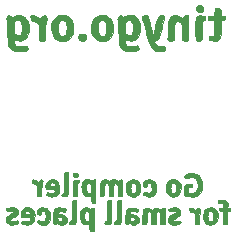
<source format=gbr>
G04 #@! TF.GenerationSoftware,KiCad,Pcbnew,5.1.5+dfsg1-2build2*
G04 #@! TF.CreationDate,2021-05-24T09:01:55+02:00*
G04 #@! TF.ProjectId,gopher-pin-v3-drawing,676f7068-6572-42d7-9069-6e2d76332d64,rev?*
G04 #@! TF.SameCoordinates,Original*
G04 #@! TF.FileFunction,Legend,Bot*
G04 #@! TF.FilePolarity,Positive*
%FSLAX46Y46*%
G04 Gerber Fmt 4.6, Leading zero omitted, Abs format (unit mm)*
G04 Created by KiCad (PCBNEW 5.1.5+dfsg1-2build2) date 2021-05-24 09:01:55*
%MOMM*%
%LPD*%
G04 APERTURE LIST*
%ADD10C,0.010000*%
G04 APERTURE END LIST*
D10*
G36*
X-39228260Y30966932D02*
G01*
X-39215177Y30960837D01*
X-39103835Y30919237D01*
X-39036820Y30926712D01*
X-39020396Y30939671D01*
X-38944463Y30975743D01*
X-38853533Y30988000D01*
X-38735000Y30988000D01*
X-38735000Y28998333D01*
X-38899804Y28998333D01*
X-39032459Y29015656D01*
X-39090304Y29065296D01*
X-39104285Y29142468D01*
X-39113618Y29272016D01*
X-39116000Y29383602D01*
X-39116000Y29634946D01*
X-39232416Y29603882D01*
X-39452630Y29580001D01*
X-39639230Y29632721D01*
X-39787683Y29760055D01*
X-39860317Y29879229D01*
X-39935898Y30114173D01*
X-39951672Y30324006D01*
X-39581042Y30324006D01*
X-39561233Y30107871D01*
X-39503272Y29953871D01*
X-39411956Y29867454D01*
X-39292081Y29854067D01*
X-39197883Y29888823D01*
X-39156118Y29922475D01*
X-39131325Y29981030D01*
X-39119345Y30083795D01*
X-39116017Y30250080D01*
X-39116000Y30268847D01*
X-39118129Y30439341D01*
X-39128139Y30546382D01*
X-39151469Y30611148D01*
X-39193553Y30654818D01*
X-39219752Y30673029D01*
X-39348274Y30722636D01*
X-39454454Y30695172D01*
X-39532022Y30596696D01*
X-39574709Y30433262D01*
X-39581042Y30324006D01*
X-39951672Y30324006D01*
X-39954569Y30362542D01*
X-39918767Y30601401D01*
X-39830928Y30807816D01*
X-39750823Y30910023D01*
X-39602377Y31007876D01*
X-39429456Y31026726D01*
X-39228260Y30966932D01*
G37*
X-39228260Y30966932D02*
X-39215177Y30960837D01*
X-39103835Y30919237D01*
X-39036820Y30926712D01*
X-39020396Y30939671D01*
X-38944463Y30975743D01*
X-38853533Y30988000D01*
X-38735000Y30988000D01*
X-38735000Y28998333D01*
X-38899804Y28998333D01*
X-39032459Y29015656D01*
X-39090304Y29065296D01*
X-39104285Y29142468D01*
X-39113618Y29272016D01*
X-39116000Y29383602D01*
X-39116000Y29634946D01*
X-39232416Y29603882D01*
X-39452630Y29580001D01*
X-39639230Y29632721D01*
X-39787683Y29760055D01*
X-39860317Y29879229D01*
X-39935898Y30114173D01*
X-39951672Y30324006D01*
X-39581042Y30324006D01*
X-39561233Y30107871D01*
X-39503272Y29953871D01*
X-39411956Y29867454D01*
X-39292081Y29854067D01*
X-39197883Y29888823D01*
X-39156118Y29922475D01*
X-39131325Y29981030D01*
X-39119345Y30083795D01*
X-39116017Y30250080D01*
X-39116000Y30268847D01*
X-39118129Y30439341D01*
X-39128139Y30546382D01*
X-39151469Y30611148D01*
X-39193553Y30654818D01*
X-39219752Y30673029D01*
X-39348274Y30722636D01*
X-39454454Y30695172D01*
X-39532022Y30596696D01*
X-39574709Y30433262D01*
X-39581042Y30324006D01*
X-39951672Y30324006D01*
X-39954569Y30362542D01*
X-39918767Y30601401D01*
X-39830928Y30807816D01*
X-39750823Y30910023D01*
X-39602377Y31007876D01*
X-39429456Y31026726D01*
X-39228260Y30966932D01*
G36*
X-45578803Y31016870D02*
G01*
X-45407289Y30960195D01*
X-45275988Y30852808D01*
X-45194186Y30712820D01*
X-45171172Y30558344D01*
X-45216233Y30407492D01*
X-45244691Y30365296D01*
X-45322967Y30297501D01*
X-45448974Y30219818D01*
X-45555548Y30167268D01*
X-45723950Y30080194D01*
X-45810905Y30001646D01*
X-45818864Y29928784D01*
X-45792892Y29892492D01*
X-45707390Y29855668D01*
X-45574448Y29847314D01*
X-45426435Y29867625D01*
X-45353597Y29889831D01*
X-45260146Y29913088D01*
X-45201579Y29885036D01*
X-45181508Y29860573D01*
X-45132128Y29761363D01*
X-45159160Y29688501D01*
X-45243750Y29636085D01*
X-45370583Y29598266D01*
X-45538653Y29572623D01*
X-45709798Y29562769D01*
X-45845859Y29572318D01*
X-45866402Y29577126D01*
X-46043133Y29663343D01*
X-46158443Y29796233D01*
X-46204804Y29961266D01*
X-46174689Y30143916D01*
X-46168333Y30159856D01*
X-46118613Y30250850D01*
X-46043982Y30322468D01*
X-45922620Y30392452D01*
X-45827581Y30436882D01*
X-45670217Y30514627D01*
X-45582103Y30578016D01*
X-45551132Y30636138D01*
X-45550666Y30644710D01*
X-45584018Y30726174D01*
X-45682578Y30755987D01*
X-45844103Y30733671D01*
X-45898296Y30718624D01*
X-46016144Y30685867D01*
X-46079818Y30683406D01*
X-46115898Y30716095D01*
X-46139018Y30762600D01*
X-46174205Y30852300D01*
X-46185666Y30901103D01*
X-46147393Y30935690D01*
X-46048633Y30969572D01*
X-45913476Y30998154D01*
X-45766013Y31016839D01*
X-45630334Y31021033D01*
X-45578803Y31016870D01*
G37*
X-45578803Y31016870D02*
X-45407289Y30960195D01*
X-45275988Y30852808D01*
X-45194186Y30712820D01*
X-45171172Y30558344D01*
X-45216233Y30407492D01*
X-45244691Y30365296D01*
X-45322967Y30297501D01*
X-45448974Y30219818D01*
X-45555548Y30167268D01*
X-45723950Y30080194D01*
X-45810905Y30001646D01*
X-45818864Y29928784D01*
X-45792892Y29892492D01*
X-45707390Y29855668D01*
X-45574448Y29847314D01*
X-45426435Y29867625D01*
X-45353597Y29889831D01*
X-45260146Y29913088D01*
X-45201579Y29885036D01*
X-45181508Y29860573D01*
X-45132128Y29761363D01*
X-45159160Y29688501D01*
X-45243750Y29636085D01*
X-45370583Y29598266D01*
X-45538653Y29572623D01*
X-45709798Y29562769D01*
X-45845859Y29572318D01*
X-45866402Y29577126D01*
X-46043133Y29663343D01*
X-46158443Y29796233D01*
X-46204804Y29961266D01*
X-46174689Y30143916D01*
X-46168333Y30159856D01*
X-46118613Y30250850D01*
X-46043982Y30322468D01*
X-45922620Y30392452D01*
X-45827581Y30436882D01*
X-45670217Y30514627D01*
X-45582103Y30578016D01*
X-45551132Y30636138D01*
X-45550666Y30644710D01*
X-45584018Y30726174D01*
X-45682578Y30755987D01*
X-45844103Y30733671D01*
X-45898296Y30718624D01*
X-46016144Y30685867D01*
X-46079818Y30683406D01*
X-46115898Y30716095D01*
X-46139018Y30762600D01*
X-46174205Y30852300D01*
X-46185666Y30901103D01*
X-46147393Y30935690D01*
X-46048633Y30969572D01*
X-45913476Y30998154D01*
X-45766013Y31016839D01*
X-45630334Y31021033D01*
X-45578803Y31016870D01*
G36*
X-44087302Y30962732D02*
G01*
X-43927808Y30842037D01*
X-43845920Y30724216D01*
X-43790086Y30555022D01*
X-43764223Y30345958D01*
X-43768385Y30129187D01*
X-43802624Y29936875D01*
X-43844455Y29834140D01*
X-43979589Y29679388D01*
X-44163649Y29585518D01*
X-44383292Y29556041D01*
X-44625174Y29594471D01*
X-44682833Y29613387D01*
X-44789085Y29650992D01*
X-44854451Y29672848D01*
X-44862750Y29675029D01*
X-44874348Y29710198D01*
X-44867225Y29785698D01*
X-44846483Y29860617D01*
X-44837376Y29878466D01*
X-44798168Y29908720D01*
X-44723334Y29907754D01*
X-44613274Y29882431D01*
X-44412629Y29850849D01*
X-44268857Y29879823D01*
X-44178741Y29970266D01*
X-44161353Y30010479D01*
X-44138277Y30104345D01*
X-44142643Y30158513D01*
X-44143012Y30158901D01*
X-44193797Y30169974D01*
X-44308453Y30178492D01*
X-44466194Y30183162D01*
X-44541722Y30183666D01*
X-44915666Y30183666D01*
X-44915042Y30405916D01*
X-44903122Y30536939D01*
X-44577000Y30536939D01*
X-44570099Y30480258D01*
X-44535733Y30450584D01*
X-44453402Y30439282D01*
X-44341314Y30437666D01*
X-44207997Y30439909D01*
X-44141407Y30452143D01*
X-44123621Y30482630D01*
X-44134654Y30532916D01*
X-44195098Y30656872D01*
X-44280042Y30746275D01*
X-44357978Y30776333D01*
X-44457707Y30739729D01*
X-44540380Y30651113D01*
X-44576907Y30542282D01*
X-44577000Y30536939D01*
X-44903122Y30536939D01*
X-44895785Y30617572D01*
X-44832182Y30774361D01*
X-44713414Y30899164D01*
X-44665373Y30933813D01*
X-44477189Y31014018D01*
X-44277464Y31021858D01*
X-44087302Y30962732D01*
G37*
X-44087302Y30962732D02*
X-43927808Y30842037D01*
X-43845920Y30724216D01*
X-43790086Y30555022D01*
X-43764223Y30345958D01*
X-43768385Y30129187D01*
X-43802624Y29936875D01*
X-43844455Y29834140D01*
X-43979589Y29679388D01*
X-44163649Y29585518D01*
X-44383292Y29556041D01*
X-44625174Y29594471D01*
X-44682833Y29613387D01*
X-44789085Y29650992D01*
X-44854451Y29672848D01*
X-44862750Y29675029D01*
X-44874348Y29710198D01*
X-44867225Y29785698D01*
X-44846483Y29860617D01*
X-44837376Y29878466D01*
X-44798168Y29908720D01*
X-44723334Y29907754D01*
X-44613274Y29882431D01*
X-44412629Y29850849D01*
X-44268857Y29879823D01*
X-44178741Y29970266D01*
X-44161353Y30010479D01*
X-44138277Y30104345D01*
X-44142643Y30158513D01*
X-44143012Y30158901D01*
X-44193797Y30169974D01*
X-44308453Y30178492D01*
X-44466194Y30183162D01*
X-44541722Y30183666D01*
X-44915666Y30183666D01*
X-44915042Y30405916D01*
X-44903122Y30536939D01*
X-44577000Y30536939D01*
X-44570099Y30480258D01*
X-44535733Y30450584D01*
X-44453402Y30439282D01*
X-44341314Y30437666D01*
X-44207997Y30439909D01*
X-44141407Y30452143D01*
X-44123621Y30482630D01*
X-44134654Y30532916D01*
X-44195098Y30656872D01*
X-44280042Y30746275D01*
X-44357978Y30776333D01*
X-44457707Y30739729D01*
X-44540380Y30651113D01*
X-44576907Y30542282D01*
X-44577000Y30536939D01*
X-44903122Y30536939D01*
X-44895785Y30617572D01*
X-44832182Y30774361D01*
X-44713414Y30899164D01*
X-44665373Y30933813D01*
X-44477189Y31014018D01*
X-44277464Y31021858D01*
X-44087302Y30962732D01*
G36*
X-42903694Y31003958D02*
G01*
X-42738442Y30936971D01*
X-42684983Y30896220D01*
X-42548248Y30732087D01*
X-42472090Y30541982D01*
X-42447727Y30303136D01*
X-42447753Y30281188D01*
X-42479901Y30011507D01*
X-42568485Y29800244D01*
X-42708250Y29651691D01*
X-42893942Y29570135D01*
X-43120306Y29559867D01*
X-43289276Y29594178D01*
X-43409140Y29649022D01*
X-43496921Y29717360D01*
X-43548573Y29784365D01*
X-43541222Y29834650D01*
X-43498921Y29885762D01*
X-43438435Y29939646D01*
X-43378167Y29940730D01*
X-43303962Y29906929D01*
X-43136263Y29851087D01*
X-42994080Y29865260D01*
X-42911611Y29922177D01*
X-42848827Y30041966D01*
X-42816475Y30210131D01*
X-42817783Y30394872D01*
X-42848537Y30543500D01*
X-42894952Y30654631D01*
X-42952915Y30707376D01*
X-43040964Y30725990D01*
X-43138087Y30725208D01*
X-43184445Y30683509D01*
X-43203250Y30620157D01*
X-43235052Y30490306D01*
X-43266141Y30423255D01*
X-43310883Y30398493D01*
X-43360705Y30395333D01*
X-43479110Y30424678D01*
X-43545082Y30501569D01*
X-43561311Y30609289D01*
X-43530491Y30731122D01*
X-43455313Y30850353D01*
X-43338469Y30950265D01*
X-43265302Y30987736D01*
X-43091560Y31022811D01*
X-42903694Y31003958D01*
G37*
X-42903694Y31003958D02*
X-42738442Y30936971D01*
X-42684983Y30896220D01*
X-42548248Y30732087D01*
X-42472090Y30541982D01*
X-42447727Y30303136D01*
X-42447753Y30281188D01*
X-42479901Y30011507D01*
X-42568485Y29800244D01*
X-42708250Y29651691D01*
X-42893942Y29570135D01*
X-43120306Y29559867D01*
X-43289276Y29594178D01*
X-43409140Y29649022D01*
X-43496921Y29717360D01*
X-43548573Y29784365D01*
X-43541222Y29834650D01*
X-43498921Y29885762D01*
X-43438435Y29939646D01*
X-43378167Y29940730D01*
X-43303962Y29906929D01*
X-43136263Y29851087D01*
X-42994080Y29865260D01*
X-42911611Y29922177D01*
X-42848827Y30041966D01*
X-42816475Y30210131D01*
X-42817783Y30394872D01*
X-42848537Y30543500D01*
X-42894952Y30654631D01*
X-42952915Y30707376D01*
X-43040964Y30725990D01*
X-43138087Y30725208D01*
X-43184445Y30683509D01*
X-43203250Y30620157D01*
X-43235052Y30490306D01*
X-43266141Y30423255D01*
X-43310883Y30398493D01*
X-43360705Y30395333D01*
X-43479110Y30424678D01*
X-43545082Y30501569D01*
X-43561311Y30609289D01*
X-43530491Y30731122D01*
X-43455313Y30850353D01*
X-43338469Y30950265D01*
X-43265302Y30987736D01*
X-43091560Y31022811D01*
X-42903694Y31003958D01*
G36*
X-41495069Y31008367D02*
G01*
X-41272445Y30965141D01*
X-41197030Y30941657D01*
X-41111555Y30903937D01*
X-41090994Y30853883D01*
X-41114290Y30769793D01*
X-41157668Y30682074D01*
X-41214823Y30660845D01*
X-41248623Y30667541D01*
X-41478689Y30716617D01*
X-41648575Y30718444D01*
X-41753304Y30672974D01*
X-41754113Y30672172D01*
X-41811020Y30584544D01*
X-41825333Y30524241D01*
X-41812308Y30481206D01*
X-41761366Y30454491D01*
X-41654709Y30437976D01*
X-41551534Y30430096D01*
X-41379183Y30411534D01*
X-41263430Y30376867D01*
X-41176543Y30317524D01*
X-41171182Y30312560D01*
X-41071194Y30169535D01*
X-41032745Y30003094D01*
X-41053661Y29836617D01*
X-41131766Y29693489D01*
X-41236527Y29610170D01*
X-41394950Y29556001D01*
X-41554103Y29566972D01*
X-41718412Y29632778D01*
X-41826436Y29682475D01*
X-41891686Y29691272D01*
X-41943969Y29661858D01*
X-41952946Y29653945D01*
X-42059226Y29597021D01*
X-42154776Y29606615D01*
X-42218879Y29668912D01*
X-42230819Y29770098D01*
X-42212557Y29827079D01*
X-42191358Y29915197D01*
X-42174850Y30062971D01*
X-42173398Y30090943D01*
X-41825333Y30090943D01*
X-41788198Y29963589D01*
X-41691392Y29877969D01*
X-41556812Y29853127D01*
X-41552330Y29853529D01*
X-41460770Y29874775D01*
X-41420942Y29932967D01*
X-41409899Y30003777D01*
X-41412229Y30105314D01*
X-41458920Y30160967D01*
X-41514080Y30186042D01*
X-41652006Y30214431D01*
X-41760554Y30192636D01*
X-41819849Y30126731D01*
X-41825333Y30090943D01*
X-42173398Y30090943D01*
X-42165373Y30245419D01*
X-42164000Y30345572D01*
X-42158315Y30578666D01*
X-42136743Y30743173D01*
X-42092508Y30854679D01*
X-42018831Y30928773D01*
X-41908938Y30981041D01*
X-41884010Y30989592D01*
X-41710199Y31017304D01*
X-41495069Y31008367D01*
G37*
X-41495069Y31008367D02*
X-41272445Y30965141D01*
X-41197030Y30941657D01*
X-41111555Y30903937D01*
X-41090994Y30853883D01*
X-41114290Y30769793D01*
X-41157668Y30682074D01*
X-41214823Y30660845D01*
X-41248623Y30667541D01*
X-41478689Y30716617D01*
X-41648575Y30718444D01*
X-41753304Y30672974D01*
X-41754113Y30672172D01*
X-41811020Y30584544D01*
X-41825333Y30524241D01*
X-41812308Y30481206D01*
X-41761366Y30454491D01*
X-41654709Y30437976D01*
X-41551534Y30430096D01*
X-41379183Y30411534D01*
X-41263430Y30376867D01*
X-41176543Y30317524D01*
X-41171182Y30312560D01*
X-41071194Y30169535D01*
X-41032745Y30003094D01*
X-41053661Y29836617D01*
X-41131766Y29693489D01*
X-41236527Y29610170D01*
X-41394950Y29556001D01*
X-41554103Y29566972D01*
X-41718412Y29632778D01*
X-41826436Y29682475D01*
X-41891686Y29691272D01*
X-41943969Y29661858D01*
X-41952946Y29653945D01*
X-42059226Y29597021D01*
X-42154776Y29606615D01*
X-42218879Y29668912D01*
X-42230819Y29770098D01*
X-42212557Y29827079D01*
X-42191358Y29915197D01*
X-42174850Y30062971D01*
X-42173398Y30090943D01*
X-41825333Y30090943D01*
X-41788198Y29963589D01*
X-41691392Y29877969D01*
X-41556812Y29853127D01*
X-41552330Y29853529D01*
X-41460770Y29874775D01*
X-41420942Y29932967D01*
X-41409899Y30003777D01*
X-41412229Y30105314D01*
X-41458920Y30160967D01*
X-41514080Y30186042D01*
X-41652006Y30214431D01*
X-41760554Y30192636D01*
X-41819849Y30126731D01*
X-41825333Y30090943D01*
X-42173398Y30090943D01*
X-42165373Y30245419D01*
X-42164000Y30345572D01*
X-42158315Y30578666D01*
X-42136743Y30743173D01*
X-42092508Y30854679D01*
X-42018831Y30928773D01*
X-41908938Y30981041D01*
X-41884010Y30989592D01*
X-41710199Y31017304D01*
X-41495069Y31008367D01*
G36*
X-35357083Y30994804D02*
G01*
X-35186043Y30964760D01*
X-35053578Y30922013D01*
X-34978033Y30871693D01*
X-34967333Y30844641D01*
X-34990749Y30769661D01*
X-35020250Y30720728D01*
X-35059875Y30681754D01*
X-35117379Y30668896D01*
X-35217067Y30680392D01*
X-35313163Y30699492D01*
X-35495659Y30723470D01*
X-35613159Y30701335D01*
X-35673843Y30629559D01*
X-35687000Y30538316D01*
X-35679267Y30478284D01*
X-35641645Y30448464D01*
X-35552501Y30438473D01*
X-35477325Y30437666D01*
X-35243453Y30409803D01*
X-35072878Y30326757D01*
X-34966570Y30189348D01*
X-34925499Y29998394D01*
X-34925000Y29971319D01*
X-34954202Y29796069D01*
X-35047673Y29669812D01*
X-35135819Y29612605D01*
X-35302671Y29555665D01*
X-35465473Y29569478D01*
X-35604678Y29628664D01*
X-35708699Y29677154D01*
X-35776196Y29681556D01*
X-35834393Y29649831D01*
X-35930285Y29602326D01*
X-35989935Y29591000D01*
X-36060282Y29620097D01*
X-36115077Y29685513D01*
X-36131758Y29754440D01*
X-36119427Y29779311D01*
X-36105632Y29831343D01*
X-36091094Y29949802D01*
X-36082501Y30056272D01*
X-35687000Y30056272D01*
X-35654358Y29947120D01*
X-35573528Y29872966D01*
X-35470155Y29842330D01*
X-35369883Y29863735D01*
X-35306000Y29929666D01*
X-35285655Y30041438D01*
X-35339052Y30137467D01*
X-35455293Y30199917D01*
X-35473948Y30204529D01*
X-35599316Y30215881D01*
X-35665828Y30173768D01*
X-35686878Y30068870D01*
X-35687000Y30056272D01*
X-36082501Y30056272D01*
X-36077640Y30116488D01*
X-36068000Y30291924D01*
X-36057633Y30502242D01*
X-36045613Y30646217D01*
X-36027713Y30742131D01*
X-35999709Y30808268D01*
X-35957373Y30862910D01*
X-35929350Y30891796D01*
X-35852606Y30958080D01*
X-35772248Y30993125D01*
X-35657960Y31006100D01*
X-35548350Y31007019D01*
X-35357083Y30994804D01*
G37*
X-35357083Y30994804D02*
X-35186043Y30964760D01*
X-35053578Y30922013D01*
X-34978033Y30871693D01*
X-34967333Y30844641D01*
X-34990749Y30769661D01*
X-35020250Y30720728D01*
X-35059875Y30681754D01*
X-35117379Y30668896D01*
X-35217067Y30680392D01*
X-35313163Y30699492D01*
X-35495659Y30723470D01*
X-35613159Y30701335D01*
X-35673843Y30629559D01*
X-35687000Y30538316D01*
X-35679267Y30478284D01*
X-35641645Y30448464D01*
X-35552501Y30438473D01*
X-35477325Y30437666D01*
X-35243453Y30409803D01*
X-35072878Y30326757D01*
X-34966570Y30189348D01*
X-34925499Y29998394D01*
X-34925000Y29971319D01*
X-34954202Y29796069D01*
X-35047673Y29669812D01*
X-35135819Y29612605D01*
X-35302671Y29555665D01*
X-35465473Y29569478D01*
X-35604678Y29628664D01*
X-35708699Y29677154D01*
X-35776196Y29681556D01*
X-35834393Y29649831D01*
X-35930285Y29602326D01*
X-35989935Y29591000D01*
X-36060282Y29620097D01*
X-36115077Y29685513D01*
X-36131758Y29754440D01*
X-36119427Y29779311D01*
X-36105632Y29831343D01*
X-36091094Y29949802D01*
X-36082501Y30056272D01*
X-35687000Y30056272D01*
X-35654358Y29947120D01*
X-35573528Y29872966D01*
X-35470155Y29842330D01*
X-35369883Y29863735D01*
X-35306000Y29929666D01*
X-35285655Y30041438D01*
X-35339052Y30137467D01*
X-35455293Y30199917D01*
X-35473948Y30204529D01*
X-35599316Y30215881D01*
X-35665828Y30173768D01*
X-35686878Y30068870D01*
X-35687000Y30056272D01*
X-36082501Y30056272D01*
X-36077640Y30116488D01*
X-36068000Y30291924D01*
X-36057633Y30502242D01*
X-36045613Y30646217D01*
X-36027713Y30742131D01*
X-35999709Y30808268D01*
X-35957373Y30862910D01*
X-35929350Y30891796D01*
X-35852606Y30958080D01*
X-35772248Y30993125D01*
X-35657960Y31006100D01*
X-35548350Y31007019D01*
X-35357083Y30994804D01*
G36*
X-31727661Y30993453D02*
G01*
X-31571458Y30894951D01*
X-31462659Y30753035D01*
X-31435420Y30678853D01*
X-31425479Y30534938D01*
X-31478021Y30408710D01*
X-31600015Y30290714D01*
X-31798432Y30171497D01*
X-31816080Y30162500D01*
X-31967325Y30076766D01*
X-32047522Y30005946D01*
X-32067500Y29950833D01*
X-32049793Y29892339D01*
X-31982488Y29862579D01*
X-31904865Y29852796D01*
X-31757613Y29856119D01*
X-31619704Y29882275D01*
X-31611204Y29885102D01*
X-31501053Y29909864D01*
X-31436878Y29876884D01*
X-31394316Y29777989D01*
X-31407470Y29694042D01*
X-31501294Y29628481D01*
X-31673578Y29582387D01*
X-31834666Y29562692D01*
X-32022151Y29561508D01*
X-32169001Y29598310D01*
X-32215618Y29620100D01*
X-32365690Y29738708D01*
X-32446794Y29896144D01*
X-32451708Y30075622D01*
X-32416689Y30187390D01*
X-32348924Y30277198D01*
X-32232545Y30359527D01*
X-32051686Y30448859D01*
X-32034311Y30456585D01*
X-31875996Y30540901D01*
X-31801602Y30616941D01*
X-31810838Y30685190D01*
X-31869181Y30729816D01*
X-31961723Y30746819D01*
X-32093281Y30737139D01*
X-32224402Y30705886D01*
X-32293216Y30674898D01*
X-32342615Y30684932D01*
X-32392610Y30748990D01*
X-32424149Y30838740D01*
X-32427333Y30874358D01*
X-32388839Y30921274D01*
X-32288375Y30966809D01*
X-32148465Y31004213D01*
X-31991635Y31026735D01*
X-31906848Y31030333D01*
X-31727661Y30993453D01*
G37*
X-31727661Y30993453D02*
X-31571458Y30894951D01*
X-31462659Y30753035D01*
X-31435420Y30678853D01*
X-31425479Y30534938D01*
X-31478021Y30408710D01*
X-31600015Y30290714D01*
X-31798432Y30171497D01*
X-31816080Y30162500D01*
X-31967325Y30076766D01*
X-32047522Y30005946D01*
X-32067500Y29950833D01*
X-32049793Y29892339D01*
X-31982488Y29862579D01*
X-31904865Y29852796D01*
X-31757613Y29856119D01*
X-31619704Y29882275D01*
X-31611204Y29885102D01*
X-31501053Y29909864D01*
X-31436878Y29876884D01*
X-31394316Y29777989D01*
X-31407470Y29694042D01*
X-31501294Y29628481D01*
X-31673578Y29582387D01*
X-31834666Y29562692D01*
X-32022151Y29561508D01*
X-32169001Y29598310D01*
X-32215618Y29620100D01*
X-32365690Y29738708D01*
X-32446794Y29896144D01*
X-32451708Y30075622D01*
X-32416689Y30187390D01*
X-32348924Y30277198D01*
X-32232545Y30359527D01*
X-32051686Y30448859D01*
X-32034311Y30456585D01*
X-31875996Y30540901D01*
X-31801602Y30616941D01*
X-31810838Y30685190D01*
X-31869181Y30729816D01*
X-31961723Y30746819D01*
X-32093281Y30737139D01*
X-32224402Y30705886D01*
X-32293216Y30674898D01*
X-32342615Y30684932D01*
X-32392610Y30748990D01*
X-32424149Y30838740D01*
X-32427333Y30874358D01*
X-32388839Y30921274D01*
X-32288375Y30966809D01*
X-32148465Y31004213D01*
X-31991635Y31026735D01*
X-31906848Y31030333D01*
X-31727661Y30993453D01*
G36*
X-28820823Y31017956D02*
G01*
X-28606731Y30972122D01*
X-28448550Y30869840D01*
X-28330840Y30700239D01*
X-28311824Y30659615D01*
X-28253961Y30444027D01*
X-28247816Y30202232D01*
X-28291720Y29970115D01*
X-28350154Y29834655D01*
X-28482964Y29683575D01*
X-28662874Y29587956D01*
X-28868450Y29553546D01*
X-29078255Y29586096D01*
X-29156819Y29618290D01*
X-29318931Y29738522D01*
X-29424775Y29914257D01*
X-29476868Y30150655D01*
X-29483525Y30287798D01*
X-29483357Y30289500D01*
X-29125333Y30289500D01*
X-29107798Y30142993D01*
X-29065348Y29995171D01*
X-29062841Y29989049D01*
X-29012655Y29890854D01*
X-28954318Y29852761D01*
X-28862723Y29852826D01*
X-28736898Y29893490D01*
X-28671839Y29972000D01*
X-28639922Y30077931D01*
X-28620907Y30223129D01*
X-28618581Y30289500D01*
X-28636339Y30498092D01*
X-28692143Y30636048D01*
X-28789794Y30710161D01*
X-28862723Y30726174D01*
X-28957862Y30725444D01*
X-29015063Y30684888D01*
X-29062841Y30589950D01*
X-29106138Y30443988D01*
X-29125283Y30295673D01*
X-29125333Y30289500D01*
X-29483357Y30289500D01*
X-29456529Y30559712D01*
X-29374091Y30771774D01*
X-29239004Y30920906D01*
X-29054064Y31004028D01*
X-28822063Y31018062D01*
X-28820823Y31017956D01*
G37*
X-28820823Y31017956D02*
X-28606731Y30972122D01*
X-28448550Y30869840D01*
X-28330840Y30700239D01*
X-28311824Y30659615D01*
X-28253961Y30444027D01*
X-28247816Y30202232D01*
X-28291720Y29970115D01*
X-28350154Y29834655D01*
X-28482964Y29683575D01*
X-28662874Y29587956D01*
X-28868450Y29553546D01*
X-29078255Y29586096D01*
X-29156819Y29618290D01*
X-29318931Y29738522D01*
X-29424775Y29914257D01*
X-29476868Y30150655D01*
X-29483525Y30287798D01*
X-29483357Y30289500D01*
X-29125333Y30289500D01*
X-29107798Y30142993D01*
X-29065348Y29995171D01*
X-29062841Y29989049D01*
X-29012655Y29890854D01*
X-28954318Y29852761D01*
X-28862723Y29852826D01*
X-28736898Y29893490D01*
X-28671839Y29972000D01*
X-28639922Y30077931D01*
X-28620907Y30223129D01*
X-28618581Y30289500D01*
X-28636339Y30498092D01*
X-28692143Y30636048D01*
X-28789794Y30710161D01*
X-28862723Y30726174D01*
X-28957862Y30725444D01*
X-29015063Y30684888D01*
X-29062841Y30589950D01*
X-29106138Y30443988D01*
X-29125283Y30295673D01*
X-29125333Y30289500D01*
X-29483357Y30289500D01*
X-29456529Y30559712D01*
X-29374091Y30771774D01*
X-29239004Y30920906D01*
X-29054064Y31004028D01*
X-28822063Y31018062D01*
X-28820823Y31017956D01*
G36*
X-40259000Y30722253D02*
G01*
X-40259585Y30383967D01*
X-40263360Y30120891D01*
X-40273352Y29923572D01*
X-40292589Y29782551D01*
X-40324098Y29688375D01*
X-40370907Y29631588D01*
X-40436045Y29602733D01*
X-40522538Y29592356D01*
X-40621234Y29591000D01*
X-40753472Y29593195D01*
X-40821992Y29607478D01*
X-40847741Y29645392D01*
X-40851666Y29718000D01*
X-40833500Y29817142D01*
X-40791190Y29845000D01*
X-40714157Y29872882D01*
X-40664190Y29911524D01*
X-40640598Y29947030D01*
X-40623162Y30007285D01*
X-40611018Y30103766D01*
X-40603303Y30247950D01*
X-40599154Y30451313D01*
X-40597708Y30725334D01*
X-40597666Y30795994D01*
X-40597385Y31087786D01*
X-40594588Y31305694D01*
X-40586344Y31460499D01*
X-40569723Y31562983D01*
X-40541794Y31623927D01*
X-40499626Y31654112D01*
X-40440291Y31664320D01*
X-40361371Y31665333D01*
X-40259000Y31665333D01*
X-40259000Y30722253D01*
G37*
X-40259000Y30722253D02*
X-40259585Y30383967D01*
X-40263360Y30120891D01*
X-40273352Y29923572D01*
X-40292589Y29782551D01*
X-40324098Y29688375D01*
X-40370907Y29631588D01*
X-40436045Y29602733D01*
X-40522538Y29592356D01*
X-40621234Y29591000D01*
X-40753472Y29593195D01*
X-40821992Y29607478D01*
X-40847741Y29645392D01*
X-40851666Y29718000D01*
X-40833500Y29817142D01*
X-40791190Y29845000D01*
X-40714157Y29872882D01*
X-40664190Y29911524D01*
X-40640598Y29947030D01*
X-40623162Y30007285D01*
X-40611018Y30103766D01*
X-40603303Y30247950D01*
X-40599154Y30451313D01*
X-40597708Y30725334D01*
X-40597666Y30795994D01*
X-40597385Y31087786D01*
X-40594588Y31305694D01*
X-40586344Y31460499D01*
X-40569723Y31562983D01*
X-40541794Y31623927D01*
X-40499626Y31654112D01*
X-40440291Y31664320D01*
X-40361371Y31665333D01*
X-40259000Y31665333D01*
X-40259000Y30722253D01*
G36*
X-37253333Y30779089D02*
G01*
X-37255318Y30436069D01*
X-37262051Y30168030D01*
X-37274699Y29965362D01*
X-37294429Y29818455D01*
X-37322408Y29717700D01*
X-37359803Y29653487D01*
X-37393565Y29624260D01*
X-37463670Y29605038D01*
X-37583008Y29593284D01*
X-37644916Y29591648D01*
X-37766218Y29594550D01*
X-37825249Y29613316D01*
X-37844374Y29661487D01*
X-37846000Y29713411D01*
X-37827600Y29810317D01*
X-37758550Y29857245D01*
X-37740166Y29862384D01*
X-37634333Y29888946D01*
X-37634333Y30726340D01*
X-37632433Y31049710D01*
X-37626506Y31294456D01*
X-37616211Y31466541D01*
X-37601206Y31571925D01*
X-37583533Y31614533D01*
X-37508021Y31650034D01*
X-37396165Y31665321D01*
X-37393033Y31665333D01*
X-37253333Y31665333D01*
X-37253333Y30779089D01*
G37*
X-37253333Y30779089D02*
X-37255318Y30436069D01*
X-37262051Y30168030D01*
X-37274699Y29965362D01*
X-37294429Y29818455D01*
X-37322408Y29717700D01*
X-37359803Y29653487D01*
X-37393565Y29624260D01*
X-37463670Y29605038D01*
X-37583008Y29593284D01*
X-37644916Y29591648D01*
X-37766218Y29594550D01*
X-37825249Y29613316D01*
X-37844374Y29661487D01*
X-37846000Y29713411D01*
X-37827600Y29810317D01*
X-37758550Y29857245D01*
X-37740166Y29862384D01*
X-37634333Y29888946D01*
X-37634333Y30726340D01*
X-37632433Y31049710D01*
X-37626506Y31294456D01*
X-37616211Y31466541D01*
X-37601206Y31571925D01*
X-37583533Y31614533D01*
X-37508021Y31650034D01*
X-37396165Y31665321D01*
X-37393033Y31665333D01*
X-37253333Y31665333D01*
X-37253333Y30779089D01*
G36*
X-36449000Y30722253D02*
G01*
X-36449585Y30383967D01*
X-36453360Y30120891D01*
X-36463352Y29923572D01*
X-36482589Y29782551D01*
X-36514098Y29688375D01*
X-36560907Y29631588D01*
X-36626045Y29602733D01*
X-36712538Y29592356D01*
X-36811234Y29591000D01*
X-36943750Y29593852D01*
X-37012444Y29608714D01*
X-37038119Y29645043D01*
X-37041666Y29695746D01*
X-37008710Y29795030D01*
X-36914666Y29866166D01*
X-36787666Y29931841D01*
X-36787666Y30747787D01*
X-36786785Y31048878D01*
X-36782467Y31275774D01*
X-36772202Y31438942D01*
X-36753477Y31548850D01*
X-36723782Y31615965D01*
X-36680605Y31650754D01*
X-36621436Y31663683D01*
X-36567533Y31665333D01*
X-36449000Y31665333D01*
X-36449000Y30722253D01*
G37*
X-36449000Y30722253D02*
X-36449585Y30383967D01*
X-36453360Y30120891D01*
X-36463352Y29923572D01*
X-36482589Y29782551D01*
X-36514098Y29688375D01*
X-36560907Y29631588D01*
X-36626045Y29602733D01*
X-36712538Y29592356D01*
X-36811234Y29591000D01*
X-36943750Y29593852D01*
X-37012444Y29608714D01*
X-37038119Y29645043D01*
X-37041666Y29695746D01*
X-37008710Y29795030D01*
X-36914666Y29866166D01*
X-36787666Y29931841D01*
X-36787666Y30747787D01*
X-36786785Y31048878D01*
X-36782467Y31275774D01*
X-36772202Y31438942D01*
X-36753477Y31548850D01*
X-36723782Y31615965D01*
X-36680605Y31650754D01*
X-36621436Y31663683D01*
X-36567533Y31665333D01*
X-36449000Y31665333D01*
X-36449000Y30722253D01*
G36*
X-34054008Y30967167D02*
G01*
X-33953916Y30911937D01*
X-33836608Y30825207D01*
X-33745356Y30916458D01*
X-33621150Y30986057D01*
X-33460856Y31002204D01*
X-33294311Y30964571D01*
X-33213057Y30922282D01*
X-33130676Y30873684D01*
X-33087288Y30873629D01*
X-33055711Y30916670D01*
X-32978110Y30972891D01*
X-32869730Y30988000D01*
X-32723666Y30988000D01*
X-32723666Y29591000D01*
X-33104666Y29591000D01*
X-33104666Y30076857D01*
X-33105405Y30286113D01*
X-33109809Y30427339D01*
X-33121160Y30517169D01*
X-33142743Y30572240D01*
X-33177838Y30609186D01*
X-33214775Y30634861D01*
X-33315256Y30681012D01*
X-33393531Y30663784D01*
X-33394692Y30663060D01*
X-33425382Y30629860D01*
X-33446936Y30566033D01*
X-33461438Y30457332D01*
X-33470975Y30289512D01*
X-33476386Y30105056D01*
X-33488272Y29591000D01*
X-33866666Y29591000D01*
X-33866666Y30076857D01*
X-33867405Y30286113D01*
X-33871809Y30427339D01*
X-33883160Y30517169D01*
X-33904743Y30572240D01*
X-33939838Y30609186D01*
X-33976775Y30634861D01*
X-34069901Y30683261D01*
X-34138244Y30683045D01*
X-34186238Y30626405D01*
X-34218319Y30505535D01*
X-34238923Y30312629D01*
X-34247666Y30158076D01*
X-34259313Y29965087D01*
X-34274380Y29801316D01*
X-34290723Y29686645D01*
X-34303082Y29643916D01*
X-34361705Y29610915D01*
X-34460976Y29593312D01*
X-34563496Y29593459D01*
X-34631869Y29613711D01*
X-34639534Y29622750D01*
X-34643661Y29674539D01*
X-34643956Y29794493D01*
X-34640635Y29966204D01*
X-34633914Y30173266D01*
X-34631449Y30235433D01*
X-34620658Y30471004D01*
X-34609152Y30637457D01*
X-34594186Y30750314D01*
X-34573017Y30825099D01*
X-34542898Y30877336D01*
X-34511802Y30912038D01*
X-34383884Y30985237D01*
X-34221328Y31003611D01*
X-34054008Y30967167D01*
G37*
X-34054008Y30967167D02*
X-33953916Y30911937D01*
X-33836608Y30825207D01*
X-33745356Y30916458D01*
X-33621150Y30986057D01*
X-33460856Y31002204D01*
X-33294311Y30964571D01*
X-33213057Y30922282D01*
X-33130676Y30873684D01*
X-33087288Y30873629D01*
X-33055711Y30916670D01*
X-32978110Y30972891D01*
X-32869730Y30988000D01*
X-32723666Y30988000D01*
X-32723666Y29591000D01*
X-33104666Y29591000D01*
X-33104666Y30076857D01*
X-33105405Y30286113D01*
X-33109809Y30427339D01*
X-33121160Y30517169D01*
X-33142743Y30572240D01*
X-33177838Y30609186D01*
X-33214775Y30634861D01*
X-33315256Y30681012D01*
X-33393531Y30663784D01*
X-33394692Y30663060D01*
X-33425382Y30629860D01*
X-33446936Y30566033D01*
X-33461438Y30457332D01*
X-33470975Y30289512D01*
X-33476386Y30105056D01*
X-33488272Y29591000D01*
X-33866666Y29591000D01*
X-33866666Y30076857D01*
X-33867405Y30286113D01*
X-33871809Y30427339D01*
X-33883160Y30517169D01*
X-33904743Y30572240D01*
X-33939838Y30609186D01*
X-33976775Y30634861D01*
X-34069901Y30683261D01*
X-34138244Y30683045D01*
X-34186238Y30626405D01*
X-34218319Y30505535D01*
X-34238923Y30312629D01*
X-34247666Y30158076D01*
X-34259313Y29965087D01*
X-34274380Y29801316D01*
X-34290723Y29686645D01*
X-34303082Y29643916D01*
X-34361705Y29610915D01*
X-34460976Y29593312D01*
X-34563496Y29593459D01*
X-34631869Y29613711D01*
X-34639534Y29622750D01*
X-34643661Y29674539D01*
X-34643956Y29794493D01*
X-34640635Y29966204D01*
X-34633914Y30173266D01*
X-34631449Y30235433D01*
X-34620658Y30471004D01*
X-34609152Y30637457D01*
X-34594186Y30750314D01*
X-34573017Y30825099D01*
X-34542898Y30877336D01*
X-34511802Y30912038D01*
X-34383884Y30985237D01*
X-34221328Y31003611D01*
X-34054008Y30967167D01*
G36*
X-30490475Y31000277D02*
G01*
X-30338400Y30966870D01*
X-30245096Y30892244D01*
X-30155981Y30788640D01*
X-30067193Y30888320D01*
X-29955480Y30970811D01*
X-29843917Y30979229D01*
X-29757480Y30921062D01*
X-29723697Y30848028D01*
X-29752297Y30773470D01*
X-29776165Y30688649D01*
X-29792726Y30526344D01*
X-29801429Y30293469D01*
X-29802666Y30141908D01*
X-29802666Y29591000D01*
X-30183666Y29591000D01*
X-30183666Y30050105D01*
X-30188563Y30288977D01*
X-30207169Y30455804D01*
X-30245356Y30562843D01*
X-30308997Y30622354D01*
X-30403967Y30646594D01*
X-30470760Y30649333D01*
X-30561354Y30659944D01*
X-30611850Y30707916D01*
X-30646196Y30805703D01*
X-30668932Y30911254D01*
X-30671191Y30976980D01*
X-30668055Y30983389D01*
X-30615648Y30996264D01*
X-30513741Y31000697D01*
X-30490475Y31000277D01*
G37*
X-30490475Y31000277D02*
X-30338400Y30966870D01*
X-30245096Y30892244D01*
X-30155981Y30788640D01*
X-30067193Y30888320D01*
X-29955480Y30970811D01*
X-29843917Y30979229D01*
X-29757480Y30921062D01*
X-29723697Y30848028D01*
X-29752297Y30773470D01*
X-29776165Y30688649D01*
X-29792726Y30526344D01*
X-29801429Y30293469D01*
X-29802666Y30141908D01*
X-29802666Y29591000D01*
X-30183666Y29591000D01*
X-30183666Y30050105D01*
X-30188563Y30288977D01*
X-30207169Y30455804D01*
X-30245356Y30562843D01*
X-30308997Y30622354D01*
X-30403967Y30646594D01*
X-30470760Y30649333D01*
X-30561354Y30659944D01*
X-30611850Y30707916D01*
X-30646196Y30805703D01*
X-30668932Y30911254D01*
X-30671191Y30976980D01*
X-30668055Y30983389D01*
X-30615648Y30996264D01*
X-30513741Y31000697D01*
X-30490475Y31000277D01*
G36*
X-27705869Y31646512D02*
G01*
X-27623648Y31606098D01*
X-27592208Y31582837D01*
X-27482651Y31448292D01*
X-27421559Y31273107D01*
X-27420633Y31099094D01*
X-27426239Y31021912D01*
X-27386951Y30992299D01*
X-27309935Y30988000D01*
X-27217686Y30978478D01*
X-27182719Y30932754D01*
X-27178000Y30861000D01*
X-27188489Y30771046D01*
X-27237970Y30737891D01*
X-27305000Y30734000D01*
X-27432000Y30734000D01*
X-27432000Y29591000D01*
X-27813000Y29591000D01*
X-27813000Y30734000D01*
X-27982333Y30734000D01*
X-28090911Y30739015D01*
X-28139178Y30766192D01*
X-28151399Y30833729D01*
X-28151666Y30861000D01*
X-28146144Y30939094D01*
X-28114259Y30976082D01*
X-28033035Y30987282D01*
X-27961166Y30988000D01*
X-27770666Y30988000D01*
X-27770666Y31155844D01*
X-27798235Y31301989D01*
X-27880130Y31383278D01*
X-28015130Y31398754D01*
X-28068915Y31389746D01*
X-28163992Y31382073D01*
X-28219344Y31426835D01*
X-28242642Y31471773D01*
X-28269444Y31560262D01*
X-28262752Y31610693D01*
X-28207713Y31628763D01*
X-28094330Y31645980D01*
X-27970125Y31656943D01*
X-27811302Y31661488D01*
X-27705869Y31646512D01*
G37*
X-27705869Y31646512D02*
X-27623648Y31606098D01*
X-27592208Y31582837D01*
X-27482651Y31448292D01*
X-27421559Y31273107D01*
X-27420633Y31099094D01*
X-27426239Y31021912D01*
X-27386951Y30992299D01*
X-27309935Y30988000D01*
X-27217686Y30978478D01*
X-27182719Y30932754D01*
X-27178000Y30861000D01*
X-27188489Y30771046D01*
X-27237970Y30737891D01*
X-27305000Y30734000D01*
X-27432000Y30734000D01*
X-27432000Y29591000D01*
X-27813000Y29591000D01*
X-27813000Y30734000D01*
X-27982333Y30734000D01*
X-28090911Y30739015D01*
X-28139178Y30766192D01*
X-28151399Y30833729D01*
X-28151666Y30861000D01*
X-28146144Y30939094D01*
X-28114259Y30976082D01*
X-28033035Y30987282D01*
X-27961166Y30988000D01*
X-27770666Y30988000D01*
X-27770666Y31155844D01*
X-27798235Y31301989D01*
X-27880130Y31383278D01*
X-28015130Y31398754D01*
X-28068915Y31389746D01*
X-28163992Y31382073D01*
X-28219344Y31426835D01*
X-28242642Y31471773D01*
X-28269444Y31560262D01*
X-28262752Y31610693D01*
X-28207713Y31628763D01*
X-28094330Y31645980D01*
X-27970125Y31656943D01*
X-27811302Y31661488D01*
X-27705869Y31646512D01*
G36*
X-38659582Y33395935D02*
G01*
X-38641455Y33374150D01*
X-38628135Y33325761D01*
X-38618889Y33240882D01*
X-38612985Y33109627D01*
X-38609691Y32922113D01*
X-38608274Y32668453D01*
X-38608000Y32385000D01*
X-38608000Y31369000D01*
X-38749111Y31369000D01*
X-38853713Y31376745D01*
X-38916533Y31395555D01*
X-38918444Y31397222D01*
X-38932709Y31451004D01*
X-38942857Y31564685D01*
X-38946666Y31711663D01*
X-38946666Y31997882D01*
X-39175771Y31974237D01*
X-39389823Y31981058D01*
X-39554137Y32054558D01*
X-39676716Y32199494D01*
X-39725018Y32300644D01*
X-39776288Y32496837D01*
X-39784157Y32628057D01*
X-39417941Y32628057D01*
X-39398540Y32466234D01*
X-39356080Y32339812D01*
X-39327666Y32300333D01*
X-39248169Y32234044D01*
X-39174500Y32221554D01*
X-39069491Y32258029D01*
X-39054492Y32264795D01*
X-39000162Y32295030D01*
X-38968002Y32337898D01*
X-38952233Y32413696D01*
X-38947075Y32542718D01*
X-38946666Y32643395D01*
X-38949313Y32813821D01*
X-38960633Y32920969D01*
X-38985699Y32986152D01*
X-39029581Y33030680D01*
X-39040753Y33038766D01*
X-39163812Y33098091D01*
X-39269880Y33081615D01*
X-39334916Y33034605D01*
X-39386417Y32941376D01*
X-39413996Y32796149D01*
X-39417941Y32628057D01*
X-39784157Y32628057D01*
X-39789279Y32713458D01*
X-39767575Y32929431D01*
X-39714759Y33123681D01*
X-39634414Y33275133D01*
X-39545715Y33355251D01*
X-39397353Y33395795D01*
X-39221145Y33389361D01*
X-39059055Y33337660D01*
X-38966247Y33298527D01*
X-38899334Y33306867D01*
X-38848552Y33337921D01*
X-38750454Y33386971D01*
X-38683247Y33401000D01*
X-38659582Y33395935D01*
G37*
X-38659582Y33395935D02*
X-38641455Y33374150D01*
X-38628135Y33325761D01*
X-38618889Y33240882D01*
X-38612985Y33109627D01*
X-38609691Y32922113D01*
X-38608274Y32668453D01*
X-38608000Y32385000D01*
X-38608000Y31369000D01*
X-38749111Y31369000D01*
X-38853713Y31376745D01*
X-38916533Y31395555D01*
X-38918444Y31397222D01*
X-38932709Y31451004D01*
X-38942857Y31564685D01*
X-38946666Y31711663D01*
X-38946666Y31997882D01*
X-39175771Y31974237D01*
X-39389823Y31981058D01*
X-39554137Y32054558D01*
X-39676716Y32199494D01*
X-39725018Y32300644D01*
X-39776288Y32496837D01*
X-39784157Y32628057D01*
X-39417941Y32628057D01*
X-39398540Y32466234D01*
X-39356080Y32339812D01*
X-39327666Y32300333D01*
X-39248169Y32234044D01*
X-39174500Y32221554D01*
X-39069491Y32258029D01*
X-39054492Y32264795D01*
X-39000162Y32295030D01*
X-38968002Y32337898D01*
X-38952233Y32413696D01*
X-38947075Y32542718D01*
X-38946666Y32643395D01*
X-38949313Y32813821D01*
X-38960633Y32920969D01*
X-38985699Y32986152D01*
X-39029581Y33030680D01*
X-39040753Y33038766D01*
X-39163812Y33098091D01*
X-39269880Y33081615D01*
X-39334916Y33034605D01*
X-39386417Y32941376D01*
X-39413996Y32796149D01*
X-39417941Y32628057D01*
X-39784157Y32628057D01*
X-39789279Y32713458D01*
X-39767575Y32929431D01*
X-39714759Y33123681D01*
X-39634414Y33275133D01*
X-39545715Y33355251D01*
X-39397353Y33395795D01*
X-39221145Y33389361D01*
X-39059055Y33337660D01*
X-38966247Y33298527D01*
X-38899334Y33306867D01*
X-38848552Y33337921D01*
X-38750454Y33386971D01*
X-38683247Y33401000D01*
X-38659582Y33395935D01*
G36*
X-42032772Y33363979D02*
G01*
X-41867090Y33257849D01*
X-41747315Y33089676D01*
X-41678249Y32866681D01*
X-41664697Y32596088D01*
X-41668582Y32542236D01*
X-41716622Y32298278D01*
X-41813606Y32121185D01*
X-41964027Y32005760D01*
X-42172384Y31946807D01*
X-42185166Y31945155D01*
X-42331354Y31939636D01*
X-42466811Y31953449D01*
X-42481500Y31956831D01*
X-42617239Y32001601D01*
X-42728915Y32055990D01*
X-42792453Y32107293D01*
X-42799000Y32124398D01*
X-42776472Y32181241D01*
X-42741973Y32235140D01*
X-42691306Y32284600D01*
X-42624630Y32288132D01*
X-42545156Y32264398D01*
X-42418189Y32230184D01*
X-42307110Y32215670D01*
X-42305849Y32215666D01*
X-42191328Y32250391D01*
X-42092509Y32335572D01*
X-42039543Y32442726D01*
X-42037000Y32469666D01*
X-42043433Y32510088D01*
X-42073538Y32535117D01*
X-42143520Y32548398D01*
X-42269585Y32553575D01*
X-42413471Y32554333D01*
X-42606998Y32557070D01*
X-42731211Y32571459D01*
X-42801428Y32606766D01*
X-42832966Y32672257D01*
X-42841143Y32777199D01*
X-42841307Y32808333D01*
X-42511845Y32808333D01*
X-42274422Y32808333D01*
X-42136798Y32812505D01*
X-42064557Y32829043D01*
X-42038655Y32863984D01*
X-42037000Y32883580D01*
X-42069291Y32999110D01*
X-42148597Y33096515D01*
X-42248563Y33145619D01*
X-42267050Y33147000D01*
X-42375280Y33118925D01*
X-42448178Y33027034D01*
X-42482686Y32924513D01*
X-42511845Y32808333D01*
X-42841307Y32808333D01*
X-42841333Y32813155D01*
X-42803890Y33032347D01*
X-42698502Y33209296D01*
X-42535576Y33333838D01*
X-42325523Y33395807D01*
X-42239556Y33400842D01*
X-42032772Y33363979D01*
G37*
X-42032772Y33363979D02*
X-41867090Y33257849D01*
X-41747315Y33089676D01*
X-41678249Y32866681D01*
X-41664697Y32596088D01*
X-41668582Y32542236D01*
X-41716622Y32298278D01*
X-41813606Y32121185D01*
X-41964027Y32005760D01*
X-42172384Y31946807D01*
X-42185166Y31945155D01*
X-42331354Y31939636D01*
X-42466811Y31953449D01*
X-42481500Y31956831D01*
X-42617239Y32001601D01*
X-42728915Y32055990D01*
X-42792453Y32107293D01*
X-42799000Y32124398D01*
X-42776472Y32181241D01*
X-42741973Y32235140D01*
X-42691306Y32284600D01*
X-42624630Y32288132D01*
X-42545156Y32264398D01*
X-42418189Y32230184D01*
X-42307110Y32215670D01*
X-42305849Y32215666D01*
X-42191328Y32250391D01*
X-42092509Y32335572D01*
X-42039543Y32442726D01*
X-42037000Y32469666D01*
X-42043433Y32510088D01*
X-42073538Y32535117D01*
X-42143520Y32548398D01*
X-42269585Y32553575D01*
X-42413471Y32554333D01*
X-42606998Y32557070D01*
X-42731211Y32571459D01*
X-42801428Y32606766D01*
X-42832966Y32672257D01*
X-42841143Y32777199D01*
X-42841307Y32808333D01*
X-42511845Y32808333D01*
X-42274422Y32808333D01*
X-42136798Y32812505D01*
X-42064557Y32829043D01*
X-42038655Y32863984D01*
X-42037000Y32883580D01*
X-42069291Y32999110D01*
X-42148597Y33096515D01*
X-42248563Y33145619D01*
X-42267050Y33147000D01*
X-42375280Y33118925D01*
X-42448178Y33027034D01*
X-42482686Y32924513D01*
X-42511845Y32808333D01*
X-42841307Y32808333D01*
X-42841333Y32813155D01*
X-42803890Y33032347D01*
X-42698502Y33209296D01*
X-42535576Y33333838D01*
X-42325523Y33395807D01*
X-42239556Y33400842D01*
X-42032772Y33363979D01*
G36*
X-35207412Y33374541D02*
G01*
X-35025083Y33293856D01*
X-34895520Y33147476D01*
X-34818227Y32934843D01*
X-34792708Y32656634D01*
X-34815841Y32407037D01*
X-34889284Y32215232D01*
X-35019101Y32066826D01*
X-35052000Y32041352D01*
X-35184356Y31979428D01*
X-35355459Y31942416D01*
X-35521144Y31938063D01*
X-35581166Y31948547D01*
X-35761491Y32039291D01*
X-35900216Y32195913D01*
X-35990490Y32407085D01*
X-36025463Y32661478D01*
X-36025666Y32683550D01*
X-36024083Y32697589D01*
X-35644028Y32697589D01*
X-35636615Y32524287D01*
X-35609304Y32378298D01*
X-35578766Y32309753D01*
X-35480372Y32231572D01*
X-35362165Y32225319D01*
X-35250369Y32291866D01*
X-35244036Y32298636D01*
X-35196624Y32397256D01*
X-35168359Y32549198D01*
X-35161688Y32724782D01*
X-35179064Y32894326D01*
X-35190712Y32944695D01*
X-35256227Y33065591D01*
X-35355029Y33126087D01*
X-35464136Y33123273D01*
X-35560561Y33054236D01*
X-35595909Y32996028D01*
X-35630730Y32865677D01*
X-35644028Y32697589D01*
X-36024083Y32697589D01*
X-35995923Y32947307D01*
X-35907610Y33151481D01*
X-35762101Y33294406D01*
X-35560771Y33374414D01*
X-35443003Y33390091D01*
X-35207412Y33374541D01*
G37*
X-35207412Y33374541D02*
X-35025083Y33293856D01*
X-34895520Y33147476D01*
X-34818227Y32934843D01*
X-34792708Y32656634D01*
X-34815841Y32407037D01*
X-34889284Y32215232D01*
X-35019101Y32066826D01*
X-35052000Y32041352D01*
X-35184356Y31979428D01*
X-35355459Y31942416D01*
X-35521144Y31938063D01*
X-35581166Y31948547D01*
X-35761491Y32039291D01*
X-35900216Y32195913D01*
X-35990490Y32407085D01*
X-36025463Y32661478D01*
X-36025666Y32683550D01*
X-36024083Y32697589D01*
X-35644028Y32697589D01*
X-35636615Y32524287D01*
X-35609304Y32378298D01*
X-35578766Y32309753D01*
X-35480372Y32231572D01*
X-35362165Y32225319D01*
X-35250369Y32291866D01*
X-35244036Y32298636D01*
X-35196624Y32397256D01*
X-35168359Y32549198D01*
X-35161688Y32724782D01*
X-35179064Y32894326D01*
X-35190712Y32944695D01*
X-35256227Y33065591D01*
X-35355029Y33126087D01*
X-35464136Y33123273D01*
X-35560561Y33054236D01*
X-35595909Y32996028D01*
X-35630730Y32865677D01*
X-35644028Y32697589D01*
X-36024083Y32697589D01*
X-35995923Y32947307D01*
X-35907610Y33151481D01*
X-35762101Y33294406D01*
X-35560771Y33374414D01*
X-35443003Y33390091D01*
X-35207412Y33374541D01*
G36*
X-33888182Y33375357D02*
G01*
X-33714545Y33294289D01*
X-33583144Y33142152D01*
X-33548919Y33077914D01*
X-33488593Y32883053D01*
X-33472574Y32664384D01*
X-33496986Y32444118D01*
X-33557955Y32244467D01*
X-33651606Y32087641D01*
X-33734297Y32015379D01*
X-33899338Y31955348D01*
X-34096918Y31940232D01*
X-34286187Y31972733D01*
X-34300984Y31977926D01*
X-34445763Y32042413D01*
X-34546564Y32109167D01*
X-34585013Y32165894D01*
X-34584987Y32167933D01*
X-34561079Y32218895D01*
X-34523261Y32274248D01*
X-34477689Y32323468D01*
X-34427226Y32329993D01*
X-34339711Y32295474D01*
X-34317126Y32284832D01*
X-34180190Y32229812D01*
X-34081523Y32222385D01*
X-33989783Y32261951D01*
X-33965721Y32278087D01*
X-33892721Y32374321D01*
X-33851476Y32521013D01*
X-33841078Y32692546D01*
X-33860617Y32863302D01*
X-33909183Y33007665D01*
X-33985865Y33100016D01*
X-33995104Y33105436D01*
X-34105932Y33126829D01*
X-34196457Y33075302D01*
X-34249854Y32962532D01*
X-34255572Y32924694D01*
X-34280493Y32822408D01*
X-34340284Y32778571D01*
X-34366413Y32773333D01*
X-34485029Y32787921D01*
X-34560358Y32858644D01*
X-34588735Y32966816D01*
X-34566496Y33093750D01*
X-34489975Y33220759D01*
X-34460270Y33251936D01*
X-34351993Y33333691D01*
X-34224051Y33375824D01*
X-34111020Y33389213D01*
X-33888182Y33375357D01*
G37*
X-33888182Y33375357D02*
X-33714545Y33294289D01*
X-33583144Y33142152D01*
X-33548919Y33077914D01*
X-33488593Y32883053D01*
X-33472574Y32664384D01*
X-33496986Y32444118D01*
X-33557955Y32244467D01*
X-33651606Y32087641D01*
X-33734297Y32015379D01*
X-33899338Y31955348D01*
X-34096918Y31940232D01*
X-34286187Y31972733D01*
X-34300984Y31977926D01*
X-34445763Y32042413D01*
X-34546564Y32109167D01*
X-34585013Y32165894D01*
X-34584987Y32167933D01*
X-34561079Y32218895D01*
X-34523261Y32274248D01*
X-34477689Y32323468D01*
X-34427226Y32329993D01*
X-34339711Y32295474D01*
X-34317126Y32284832D01*
X-34180190Y32229812D01*
X-34081523Y32222385D01*
X-33989783Y32261951D01*
X-33965721Y32278087D01*
X-33892721Y32374321D01*
X-33851476Y32521013D01*
X-33841078Y32692546D01*
X-33860617Y32863302D01*
X-33909183Y33007665D01*
X-33985865Y33100016D01*
X-33995104Y33105436D01*
X-34105932Y33126829D01*
X-34196457Y33075302D01*
X-34249854Y32962532D01*
X-34255572Y32924694D01*
X-34280493Y32822408D01*
X-34340284Y32778571D01*
X-34366413Y32773333D01*
X-34485029Y32787921D01*
X-34560358Y32858644D01*
X-34588735Y32966816D01*
X-34566496Y33093750D01*
X-34489975Y33220759D01*
X-34460270Y33251936D01*
X-34351993Y33333691D01*
X-34224051Y33375824D01*
X-34111020Y33389213D01*
X-33888182Y33375357D01*
G36*
X-31759184Y33359909D02*
G01*
X-31616775Y33287095D01*
X-31602573Y33274695D01*
X-31477907Y33104086D01*
X-31401968Y32887049D01*
X-31377230Y32648069D01*
X-31406166Y32411632D01*
X-31491249Y32202225D01*
X-31493833Y32198006D01*
X-31629372Y32053656D01*
X-31811636Y31961364D01*
X-32014908Y31929369D01*
X-32213466Y31965909D01*
X-32215666Y31966777D01*
X-32389239Y32077246D01*
X-32516734Y32240895D01*
X-32597135Y32440196D01*
X-32629426Y32657619D01*
X-32628603Y32668278D01*
X-32253839Y32668278D01*
X-32240349Y32493923D01*
X-32194053Y32346964D01*
X-32147480Y32280527D01*
X-32036232Y32218100D01*
X-31921864Y32232003D01*
X-31827494Y32318065D01*
X-31814587Y32340564D01*
X-31767990Y32491531D01*
X-31751469Y32680124D01*
X-31766700Y32864209D01*
X-31790307Y32951170D01*
X-31868189Y33071476D01*
X-31974742Y33122561D01*
X-32093333Y33097340D01*
X-32109958Y33087311D01*
X-32187395Y32991813D01*
X-32235772Y32843189D01*
X-32253839Y32668278D01*
X-32628603Y32668278D01*
X-32612591Y32875636D01*
X-32545613Y33076715D01*
X-32427477Y33243329D01*
X-32295281Y33340113D01*
X-32131406Y33389531D01*
X-31941718Y33395092D01*
X-31759184Y33359909D01*
G37*
X-31759184Y33359909D02*
X-31616775Y33287095D01*
X-31602573Y33274695D01*
X-31477907Y33104086D01*
X-31401968Y32887049D01*
X-31377230Y32648069D01*
X-31406166Y32411632D01*
X-31491249Y32202225D01*
X-31493833Y32198006D01*
X-31629372Y32053656D01*
X-31811636Y31961364D01*
X-32014908Y31929369D01*
X-32213466Y31965909D01*
X-32215666Y31966777D01*
X-32389239Y32077246D01*
X-32516734Y32240895D01*
X-32597135Y32440196D01*
X-32629426Y32657619D01*
X-32628603Y32668278D01*
X-32253839Y32668278D01*
X-32240349Y32493923D01*
X-32194053Y32346964D01*
X-32147480Y32280527D01*
X-32036232Y32218100D01*
X-31921864Y32232003D01*
X-31827494Y32318065D01*
X-31814587Y32340564D01*
X-31767990Y32491531D01*
X-31751469Y32680124D01*
X-31766700Y32864209D01*
X-31790307Y32951170D01*
X-31868189Y33071476D01*
X-31974742Y33122561D01*
X-32093333Y33097340D01*
X-32109958Y33087311D01*
X-32187395Y32991813D01*
X-32235772Y32843189D01*
X-32253839Y32668278D01*
X-32628603Y32668278D01*
X-32612591Y32875636D01*
X-32545613Y33076715D01*
X-32427477Y33243329D01*
X-32295281Y33340113D01*
X-32131406Y33389531D01*
X-31941718Y33395092D01*
X-31759184Y33359909D01*
G36*
X-30085298Y33859847D02*
G01*
X-29876665Y33728771D01*
X-29714173Y33537802D01*
X-29605234Y33292727D01*
X-29557262Y32999333D01*
X-29562713Y32780807D01*
X-29620110Y32480375D01*
X-29730439Y32245745D01*
X-29894334Y32076442D01*
X-30112426Y31971990D01*
X-30385347Y31931917D01*
X-30670500Y31949408D01*
X-30800778Y31972611D01*
X-30945854Y32005518D01*
X-30956250Y32008197D01*
X-31115000Y32049597D01*
X-31115000Y32440712D01*
X-31110426Y32672580D01*
X-31090295Y32832988D01*
X-31044996Y32934931D01*
X-30964916Y32991407D01*
X-30840445Y33015413D01*
X-30686584Y33020000D01*
X-30389969Y33020000D01*
X-30403234Y32882416D01*
X-30420686Y32790906D01*
X-30467285Y32748772D01*
X-30570316Y32732108D01*
X-30575250Y32731694D01*
X-30734000Y32718556D01*
X-30734000Y32258000D01*
X-30498383Y32258000D01*
X-30351256Y32265641D01*
X-30229210Y32285228D01*
X-30181322Y32301588D01*
X-30077501Y32400782D01*
X-29999945Y32561009D01*
X-29953602Y32761365D01*
X-29943422Y32980943D01*
X-29971577Y33187571D01*
X-30055169Y33395549D01*
X-30186923Y33535385D01*
X-30361999Y33604958D01*
X-30575556Y33602149D01*
X-30781503Y33542158D01*
X-30892184Y33501150D01*
X-30953698Y33494651D01*
X-30994628Y33523652D01*
X-31015193Y33550250D01*
X-31069461Y33663727D01*
X-31044454Y33753484D01*
X-30937961Y33825754D01*
X-30913916Y33835832D01*
X-30611337Y33919165D01*
X-30332660Y33925241D01*
X-30085298Y33859847D01*
G37*
X-30085298Y33859847D02*
X-29876665Y33728771D01*
X-29714173Y33537802D01*
X-29605234Y33292727D01*
X-29557262Y32999333D01*
X-29562713Y32780807D01*
X-29620110Y32480375D01*
X-29730439Y32245745D01*
X-29894334Y32076442D01*
X-30112426Y31971990D01*
X-30385347Y31931917D01*
X-30670500Y31949408D01*
X-30800778Y31972611D01*
X-30945854Y32005518D01*
X-30956250Y32008197D01*
X-31115000Y32049597D01*
X-31115000Y32440712D01*
X-31110426Y32672580D01*
X-31090295Y32832988D01*
X-31044996Y32934931D01*
X-30964916Y32991407D01*
X-30840445Y33015413D01*
X-30686584Y33020000D01*
X-30389969Y33020000D01*
X-30403234Y32882416D01*
X-30420686Y32790906D01*
X-30467285Y32748772D01*
X-30570316Y32732108D01*
X-30575250Y32731694D01*
X-30734000Y32718556D01*
X-30734000Y32258000D01*
X-30498383Y32258000D01*
X-30351256Y32265641D01*
X-30229210Y32285228D01*
X-30181322Y32301588D01*
X-30077501Y32400782D01*
X-29999945Y32561009D01*
X-29953602Y32761365D01*
X-29943422Y32980943D01*
X-29971577Y33187571D01*
X-30055169Y33395549D01*
X-30186923Y33535385D01*
X-30361999Y33604958D01*
X-30575556Y33602149D01*
X-30781503Y33542158D01*
X-30892184Y33501150D01*
X-30953698Y33494651D01*
X-30994628Y33523652D01*
X-31015193Y33550250D01*
X-31069461Y33663727D01*
X-31044454Y33753484D01*
X-30937961Y33825754D01*
X-30913916Y33835832D01*
X-30611337Y33919165D01*
X-30332660Y33925241D01*
X-30085298Y33859847D01*
G36*
X-43794580Y33381175D02*
G01*
X-43671550Y33333530D01*
X-43574757Y33260191D01*
X-43567351Y33251292D01*
X-43506057Y33186462D01*
X-43471311Y33189833D01*
X-43461958Y33208066D01*
X-43411723Y33273344D01*
X-43324975Y33343484D01*
X-43243374Y33390779D01*
X-43193114Y33385854D01*
X-43135968Y33324747D01*
X-43135213Y33323815D01*
X-43085808Y33247002D01*
X-43090172Y33176780D01*
X-43119252Y33114281D01*
X-43149312Y33019335D01*
X-43168681Y32864964D01*
X-43178283Y32641496D01*
X-43179739Y32480250D01*
X-43180000Y31961666D01*
X-43342278Y31961666D01*
X-43454148Y31968430D01*
X-43525759Y31985162D01*
X-43532778Y31989889D01*
X-43544332Y32041419D01*
X-43553598Y32158826D01*
X-43559475Y32323329D01*
X-43561000Y32471539D01*
X-43564232Y32697730D01*
X-43578168Y32853030D01*
X-43609167Y32951099D01*
X-43663586Y33005600D01*
X-43747786Y33030197D01*
X-43824056Y33036750D01*
X-43923813Y33055343D01*
X-43977239Y33115594D01*
X-44000330Y33181798D01*
X-44018059Y33308884D01*
X-43994141Y33365792D01*
X-43912544Y33394728D01*
X-43794580Y33381175D01*
G37*
X-43794580Y33381175D02*
X-43671550Y33333530D01*
X-43574757Y33260191D01*
X-43567351Y33251292D01*
X-43506057Y33186462D01*
X-43471311Y33189833D01*
X-43461958Y33208066D01*
X-43411723Y33273344D01*
X-43324975Y33343484D01*
X-43243374Y33390779D01*
X-43193114Y33385854D01*
X-43135968Y33324747D01*
X-43135213Y33323815D01*
X-43085808Y33247002D01*
X-43090172Y33176780D01*
X-43119252Y33114281D01*
X-43149312Y33019335D01*
X-43168681Y32864964D01*
X-43178283Y32641496D01*
X-43179739Y32480250D01*
X-43180000Y31961666D01*
X-43342278Y31961666D01*
X-43454148Y31968430D01*
X-43525759Y31985162D01*
X-43532778Y31989889D01*
X-43544332Y32041419D01*
X-43553598Y32158826D01*
X-43559475Y32323329D01*
X-43561000Y32471539D01*
X-43564232Y32697730D01*
X-43578168Y32853030D01*
X-43609167Y32951099D01*
X-43663586Y33005600D01*
X-43747786Y33030197D01*
X-43824056Y33036750D01*
X-43923813Y33055343D01*
X-43977239Y33115594D01*
X-44000330Y33181798D01*
X-44018059Y33308884D01*
X-43994141Y33365792D01*
X-43912544Y33394728D01*
X-43794580Y33381175D01*
G36*
X-40902332Y33087849D02*
G01*
X-40907635Y32750372D01*
X-40915432Y32488086D01*
X-40928912Y32291518D01*
X-40951266Y32151194D01*
X-40985683Y32057641D01*
X-41035354Y32001387D01*
X-41103468Y31972958D01*
X-41193215Y31962881D01*
X-41281561Y31961666D01*
X-41404366Y31964660D01*
X-41464697Y31982873D01*
X-41484736Y32030153D01*
X-41486666Y32089714D01*
X-41466515Y32194777D01*
X-41393134Y32253064D01*
X-41380833Y32258000D01*
X-41275000Y32298238D01*
X-41275000Y33116319D01*
X-41273028Y33436291D01*
X-41266882Y33677585D01*
X-41256218Y33846099D01*
X-41240690Y33947736D01*
X-41224200Y33985200D01*
X-41148925Y34020464D01*
X-41036622Y34035967D01*
X-41031449Y34036000D01*
X-40889497Y34036000D01*
X-40902332Y33087849D01*
G37*
X-40902332Y33087849D02*
X-40907635Y32750372D01*
X-40915432Y32488086D01*
X-40928912Y32291518D01*
X-40951266Y32151194D01*
X-40985683Y32057641D01*
X-41035354Y32001387D01*
X-41103468Y31972958D01*
X-41193215Y31962881D01*
X-41281561Y31961666D01*
X-41404366Y31964660D01*
X-41464697Y31982873D01*
X-41484736Y32030153D01*
X-41486666Y32089714D01*
X-41466515Y32194777D01*
X-41393134Y32253064D01*
X-41380833Y32258000D01*
X-41275000Y32298238D01*
X-41275000Y33116319D01*
X-41273028Y33436291D01*
X-41266882Y33677585D01*
X-41256218Y33846099D01*
X-41240690Y33947736D01*
X-41224200Y33985200D01*
X-41148925Y34020464D01*
X-41036622Y34035967D01*
X-41031449Y34036000D01*
X-40889497Y34036000D01*
X-40902332Y33087849D01*
G36*
X-40108868Y33364849D02*
G01*
X-40002437Y33310837D01*
X-39975363Y33231700D01*
X-40028854Y33134886D01*
X-40065795Y33099104D01*
X-40111149Y33056077D01*
X-40141707Y33009384D01*
X-40160386Y32942467D01*
X-40170105Y32838768D01*
X-40173780Y32681730D01*
X-40174333Y32483199D01*
X-40174333Y31961666D01*
X-40513000Y31961666D01*
X-40513000Y32578283D01*
X-40510262Y32803819D01*
X-40502740Y33003457D01*
X-40491467Y33159777D01*
X-40477480Y33255355D01*
X-40471783Y33271913D01*
X-40384253Y33351941D01*
X-40246905Y33382234D01*
X-40108868Y33364849D01*
G37*
X-40108868Y33364849D02*
X-40002437Y33310837D01*
X-39975363Y33231700D01*
X-40028854Y33134886D01*
X-40065795Y33099104D01*
X-40111149Y33056077D01*
X-40141707Y33009384D01*
X-40160386Y32942467D01*
X-40170105Y32838768D01*
X-40173780Y32681730D01*
X-40174333Y32483199D01*
X-40174333Y31961666D01*
X-40513000Y31961666D01*
X-40513000Y32578283D01*
X-40510262Y32803819D01*
X-40502740Y33003457D01*
X-40491467Y33159777D01*
X-40477480Y33255355D01*
X-40471783Y33271913D01*
X-40384253Y33351941D01*
X-40246905Y33382234D01*
X-40108868Y33364849D01*
G36*
X-36401811Y33385196D02*
G01*
X-36377087Y33364783D01*
X-36359885Y33319619D01*
X-36348450Y33237541D01*
X-36341027Y33106386D01*
X-36335859Y32913993D01*
X-36331560Y32670750D01*
X-36319953Y31961666D01*
X-36703000Y31961666D01*
X-36703000Y32446099D01*
X-36704099Y32656455D01*
X-36709281Y32798687D01*
X-36721373Y32889329D01*
X-36743202Y32944914D01*
X-36777593Y32981976D01*
X-36797086Y32996433D01*
X-36917337Y33054191D01*
X-37011555Y33048508D01*
X-37058304Y32995371D01*
X-37068601Y32927792D01*
X-37076932Y32795563D01*
X-37082362Y32618697D01*
X-37084000Y32445037D01*
X-37084000Y31961666D01*
X-37465000Y31961666D01*
X-37465000Y32441939D01*
X-37466795Y32656537D01*
X-37473720Y32802956D01*
X-37488090Y32897634D01*
X-37512216Y32957011D01*
X-37542417Y32992272D01*
X-37643897Y33050003D01*
X-37744051Y33056042D01*
X-37813131Y33010058D01*
X-37820304Y32995371D01*
X-37831545Y32925364D01*
X-37840290Y32793420D01*
X-37845292Y32622262D01*
X-37846000Y32526921D01*
X-37850480Y32342238D01*
X-37862484Y32182916D01*
X-37879860Y32072699D01*
X-37889823Y32043550D01*
X-37962882Y31984121D01*
X-38073881Y31960709D01*
X-38181410Y31979799D01*
X-38205833Y31994065D01*
X-38222585Y32050007D01*
X-38231653Y32182534D01*
X-38232772Y32383889D01*
X-38227000Y32610975D01*
X-38218026Y32844275D01*
X-38208736Y33008423D01*
X-38195984Y33118890D01*
X-38176623Y33191144D01*
X-38147506Y33240653D01*
X-38105486Y33282887D01*
X-38087056Y33298892D01*
X-37946505Y33381977D01*
X-37795148Y33390771D01*
X-37618453Y33325613D01*
X-37590682Y33310506D01*
X-37429670Y33220012D01*
X-37314626Y33310506D01*
X-37158851Y33388507D01*
X-36991924Y33383951D01*
X-36840196Y33316562D01*
X-36702226Y33232440D01*
X-36615343Y33319323D01*
X-36519611Y33379867D01*
X-36435813Y33393020D01*
X-36401811Y33385196D01*
G37*
X-36401811Y33385196D02*
X-36377087Y33364783D01*
X-36359885Y33319619D01*
X-36348450Y33237541D01*
X-36341027Y33106386D01*
X-36335859Y32913993D01*
X-36331560Y32670750D01*
X-36319953Y31961666D01*
X-36703000Y31961666D01*
X-36703000Y32446099D01*
X-36704099Y32656455D01*
X-36709281Y32798687D01*
X-36721373Y32889329D01*
X-36743202Y32944914D01*
X-36777593Y32981976D01*
X-36797086Y32996433D01*
X-36917337Y33054191D01*
X-37011555Y33048508D01*
X-37058304Y32995371D01*
X-37068601Y32927792D01*
X-37076932Y32795563D01*
X-37082362Y32618697D01*
X-37084000Y32445037D01*
X-37084000Y31961666D01*
X-37465000Y31961666D01*
X-37465000Y32441939D01*
X-37466795Y32656537D01*
X-37473720Y32802956D01*
X-37488090Y32897634D01*
X-37512216Y32957011D01*
X-37542417Y32992272D01*
X-37643897Y33050003D01*
X-37744051Y33056042D01*
X-37813131Y33010058D01*
X-37820304Y32995371D01*
X-37831545Y32925364D01*
X-37840290Y32793420D01*
X-37845292Y32622262D01*
X-37846000Y32526921D01*
X-37850480Y32342238D01*
X-37862484Y32182916D01*
X-37879860Y32072699D01*
X-37889823Y32043550D01*
X-37962882Y31984121D01*
X-38073881Y31960709D01*
X-38181410Y31979799D01*
X-38205833Y31994065D01*
X-38222585Y32050007D01*
X-38231653Y32182534D01*
X-38232772Y32383889D01*
X-38227000Y32610975D01*
X-38218026Y32844275D01*
X-38208736Y33008423D01*
X-38195984Y33118890D01*
X-38176623Y33191144D01*
X-38147506Y33240653D01*
X-38105486Y33282887D01*
X-38087056Y33298892D01*
X-37946505Y33381977D01*
X-37795148Y33390771D01*
X-37618453Y33325613D01*
X-37590682Y33310506D01*
X-37429670Y33220012D01*
X-37314626Y33310506D01*
X-37158851Y33388507D01*
X-36991924Y33383951D01*
X-36840196Y33316562D01*
X-36702226Y33232440D01*
X-36615343Y33319323D01*
X-36519611Y33379867D01*
X-36435813Y33393020D01*
X-36401811Y33385196D01*
G36*
X-40160887Y33926629D02*
G01*
X-40115395Y33882595D01*
X-40098533Y33782946D01*
X-40098023Y33776936D01*
X-40098020Y33670635D01*
X-40130878Y33618162D01*
X-40182690Y33597597D01*
X-40266415Y33578907D01*
X-40301333Y33575822D01*
X-40355711Y33589004D01*
X-40396554Y33599509D01*
X-40466524Y33655504D01*
X-40500477Y33753669D01*
X-40488975Y33855787D01*
X-40468434Y33890523D01*
X-40376239Y33938418D01*
X-40262623Y33942890D01*
X-40160887Y33926629D01*
G37*
X-40160887Y33926629D02*
X-40115395Y33882595D01*
X-40098533Y33782946D01*
X-40098023Y33776936D01*
X-40098020Y33670635D01*
X-40130878Y33618162D01*
X-40182690Y33597597D01*
X-40266415Y33578907D01*
X-40301333Y33575822D01*
X-40355711Y33589004D01*
X-40396554Y33599509D01*
X-40466524Y33655504D01*
X-40500477Y33753669D01*
X-40488975Y33855787D01*
X-40468434Y33890523D01*
X-40376239Y33938418D01*
X-40262623Y33942890D01*
X-40160887Y33926629D01*
G36*
X-44793643Y47250044D02*
G01*
X-44589627Y47108198D01*
X-44567395Y47086175D01*
X-44416704Y46896691D01*
X-44318717Y46681963D01*
X-44261178Y46414941D01*
X-44260290Y46408399D01*
X-44251247Y46202542D01*
X-44270190Y45972441D01*
X-44312124Y45747292D01*
X-44372058Y45556294D01*
X-44422951Y45457204D01*
X-44591975Y45272983D01*
X-44794626Y45162233D01*
X-45018799Y45128173D01*
X-45252393Y45174028D01*
X-45340686Y45212860D01*
X-45508333Y45298387D01*
X-45508333Y45103770D01*
X-45496350Y44962188D01*
X-45448532Y44858710D01*
X-45379162Y44779982D01*
X-45307984Y44713356D01*
X-45244441Y44676689D01*
X-45162324Y44663600D01*
X-45035426Y44667711D01*
X-44945245Y44674357D01*
X-44779941Y44689998D01*
X-44637927Y44708498D01*
X-44549597Y44725887D01*
X-44548874Y44726108D01*
X-44470830Y44726832D01*
X-44411608Y44666513D01*
X-44362707Y44534796D01*
X-44349655Y44483499D01*
X-44339773Y44415646D01*
X-44362709Y44372254D01*
X-44436021Y44336896D01*
X-44541983Y44303582D01*
X-44788350Y44253034D01*
X-45051903Y44236548D01*
X-45304705Y44253327D01*
X-45518817Y44302572D01*
X-45592135Y44333583D01*
X-45724021Y44413146D01*
X-45829273Y44509003D01*
X-45910685Y44630915D01*
X-45971055Y44788649D01*
X-46013176Y44991968D01*
X-46039846Y45250636D01*
X-46053860Y45574417D01*
X-46058005Y45960661D01*
X-46060489Y46226602D01*
X-45508333Y46226602D01*
X-45507320Y46013525D01*
X-45502439Y45868807D01*
X-45490934Y45776147D01*
X-45470043Y45719244D01*
X-45437008Y45681798D01*
X-45413083Y45663884D01*
X-45274155Y45605873D01*
X-45120148Y45598595D01*
X-44984831Y45640775D01*
X-44932929Y45681981D01*
X-44887026Y45776931D01*
X-44853768Y45931100D01*
X-44834812Y46119758D01*
X-44831819Y46318172D01*
X-44846445Y46501611D01*
X-44870309Y46615601D01*
X-44949058Y46773107D01*
X-45065182Y46868688D01*
X-45204914Y46892384D01*
X-45243441Y46885535D01*
X-45349093Y46852572D01*
X-45422354Y46805787D01*
X-45469064Y46730653D01*
X-45495066Y46612640D01*
X-45506198Y46437222D01*
X-45508333Y46226602D01*
X-46060489Y46226602D01*
X-46061095Y46291398D01*
X-46069560Y46557548D01*
X-46083079Y46753068D01*
X-46101327Y46871917D01*
X-46107789Y46891994D01*
X-46145047Y47034034D01*
X-46117390Y47147278D01*
X-46069451Y47212250D01*
X-45968788Y47278248D01*
X-45852068Y47264315D01*
X-45750145Y47201165D01*
X-45675997Y47148155D01*
X-45619453Y47139337D01*
X-45542311Y47174235D01*
X-45501019Y47198061D01*
X-45259699Y47296217D01*
X-45020454Y47313131D01*
X-44793643Y47250044D01*
G37*
X-44793643Y47250044D02*
X-44589627Y47108198D01*
X-44567395Y47086175D01*
X-44416704Y46896691D01*
X-44318717Y46681963D01*
X-44261178Y46414941D01*
X-44260290Y46408399D01*
X-44251247Y46202542D01*
X-44270190Y45972441D01*
X-44312124Y45747292D01*
X-44372058Y45556294D01*
X-44422951Y45457204D01*
X-44591975Y45272983D01*
X-44794626Y45162233D01*
X-45018799Y45128173D01*
X-45252393Y45174028D01*
X-45340686Y45212860D01*
X-45508333Y45298387D01*
X-45508333Y45103770D01*
X-45496350Y44962188D01*
X-45448532Y44858710D01*
X-45379162Y44779982D01*
X-45307984Y44713356D01*
X-45244441Y44676689D01*
X-45162324Y44663600D01*
X-45035426Y44667711D01*
X-44945245Y44674357D01*
X-44779941Y44689998D01*
X-44637927Y44708498D01*
X-44549597Y44725887D01*
X-44548874Y44726108D01*
X-44470830Y44726832D01*
X-44411608Y44666513D01*
X-44362707Y44534796D01*
X-44349655Y44483499D01*
X-44339773Y44415646D01*
X-44362709Y44372254D01*
X-44436021Y44336896D01*
X-44541983Y44303582D01*
X-44788350Y44253034D01*
X-45051903Y44236548D01*
X-45304705Y44253327D01*
X-45518817Y44302572D01*
X-45592135Y44333583D01*
X-45724021Y44413146D01*
X-45829273Y44509003D01*
X-45910685Y44630915D01*
X-45971055Y44788649D01*
X-46013176Y44991968D01*
X-46039846Y45250636D01*
X-46053860Y45574417D01*
X-46058005Y45960661D01*
X-46060489Y46226602D01*
X-45508333Y46226602D01*
X-45507320Y46013525D01*
X-45502439Y45868807D01*
X-45490934Y45776147D01*
X-45470043Y45719244D01*
X-45437008Y45681798D01*
X-45413083Y45663884D01*
X-45274155Y45605873D01*
X-45120148Y45598595D01*
X-44984831Y45640775D01*
X-44932929Y45681981D01*
X-44887026Y45776931D01*
X-44853768Y45931100D01*
X-44834812Y46119758D01*
X-44831819Y46318172D01*
X-44846445Y46501611D01*
X-44870309Y46615601D01*
X-44949058Y46773107D01*
X-45065182Y46868688D01*
X-45204914Y46892384D01*
X-45243441Y46885535D01*
X-45349093Y46852572D01*
X-45422354Y46805787D01*
X-45469064Y46730653D01*
X-45495066Y46612640D01*
X-45506198Y46437222D01*
X-45508333Y46226602D01*
X-46060489Y46226602D01*
X-46061095Y46291398D01*
X-46069560Y46557548D01*
X-46083079Y46753068D01*
X-46101327Y46871917D01*
X-46107789Y46891994D01*
X-46145047Y47034034D01*
X-46117390Y47147278D01*
X-46069451Y47212250D01*
X-45968788Y47278248D01*
X-45852068Y47264315D01*
X-45750145Y47201165D01*
X-45675997Y47148155D01*
X-45619453Y47139337D01*
X-45542311Y47174235D01*
X-45501019Y47198061D01*
X-45259699Y47296217D01*
X-45020454Y47313131D01*
X-44793643Y47250044D01*
G36*
X-35438607Y47272135D02*
G01*
X-35295003Y47202690D01*
X-35100613Y47019517D01*
X-34958801Y46777783D01*
X-34873542Y46488255D01*
X-34848815Y46161701D01*
X-34857277Y46017742D01*
X-34915244Y45713843D01*
X-35020976Y45468464D01*
X-35168476Y45286114D01*
X-35351748Y45171302D01*
X-35564792Y45128537D01*
X-35801612Y45162330D01*
X-35930416Y45210860D01*
X-36110333Y45292527D01*
X-36110333Y45100840D01*
X-36097679Y44959266D01*
X-36047510Y44854665D01*
X-35981162Y44779982D01*
X-35909984Y44713356D01*
X-35846441Y44676689D01*
X-35764324Y44663600D01*
X-35637426Y44667711D01*
X-35547245Y44674357D01*
X-35381202Y44690156D01*
X-35237742Y44709031D01*
X-35147679Y44726921D01*
X-35147162Y44727078D01*
X-35079067Y44734094D01*
X-35030479Y44691293D01*
X-34988412Y44604486D01*
X-34947315Y44496037D01*
X-34925884Y44419782D01*
X-34925000Y44410666D01*
X-34964123Y44368444D01*
X-35068875Y44326150D01*
X-35220329Y44288058D01*
X-35399559Y44258441D01*
X-35587638Y44241573D01*
X-35684100Y44239263D01*
X-35943103Y44255158D01*
X-36137622Y44302728D01*
X-36173833Y44317951D01*
X-36298274Y44382605D01*
X-36398192Y44456655D01*
X-36476557Y44549919D01*
X-36536338Y44672212D01*
X-36580504Y44833351D01*
X-36612026Y45043155D01*
X-36633871Y45311439D01*
X-36649010Y45648020D01*
X-36656832Y45914740D01*
X-36660559Y46035248D01*
X-36105419Y46035248D01*
X-36104498Y45888387D01*
X-36096034Y45793533D01*
X-36077651Y45734379D01*
X-36046974Y45694619D01*
X-36016507Y45669281D01*
X-35881352Y45607091D01*
X-35728376Y45596883D01*
X-35591399Y45637760D01*
X-35534811Y45682050D01*
X-35486712Y45780488D01*
X-35453246Y45937722D01*
X-35435534Y46128963D01*
X-35434697Y46329426D01*
X-35451856Y46514323D01*
X-35488132Y46658868D01*
X-35490387Y46664399D01*
X-35583868Y46815196D01*
X-35704223Y46885929D01*
X-35850335Y46876154D01*
X-35934576Y46839940D01*
X-36089166Y46757166D01*
X-36101174Y46250423D01*
X-36105419Y46035248D01*
X-36660559Y46035248D01*
X-36668167Y46281196D01*
X-36681427Y46565779D01*
X-36696818Y46771264D01*
X-36714542Y46900427D01*
X-36733011Y46954149D01*
X-36758535Y47012887D01*
X-36735244Y47091770D01*
X-36701883Y47150992D01*
X-36609676Y47256108D01*
X-36505461Y47279577D01*
X-36380871Y47222601D01*
X-36352145Y47201165D01*
X-36243871Y47115998D01*
X-36082781Y47211043D01*
X-35879611Y47289429D01*
X-35654821Y47309686D01*
X-35438607Y47272135D01*
G37*
X-35438607Y47272135D02*
X-35295003Y47202690D01*
X-35100613Y47019517D01*
X-34958801Y46777783D01*
X-34873542Y46488255D01*
X-34848815Y46161701D01*
X-34857277Y46017742D01*
X-34915244Y45713843D01*
X-35020976Y45468464D01*
X-35168476Y45286114D01*
X-35351748Y45171302D01*
X-35564792Y45128537D01*
X-35801612Y45162330D01*
X-35930416Y45210860D01*
X-36110333Y45292527D01*
X-36110333Y45100840D01*
X-36097679Y44959266D01*
X-36047510Y44854665D01*
X-35981162Y44779982D01*
X-35909984Y44713356D01*
X-35846441Y44676689D01*
X-35764324Y44663600D01*
X-35637426Y44667711D01*
X-35547245Y44674357D01*
X-35381202Y44690156D01*
X-35237742Y44709031D01*
X-35147679Y44726921D01*
X-35147162Y44727078D01*
X-35079067Y44734094D01*
X-35030479Y44691293D01*
X-34988412Y44604486D01*
X-34947315Y44496037D01*
X-34925884Y44419782D01*
X-34925000Y44410666D01*
X-34964123Y44368444D01*
X-35068875Y44326150D01*
X-35220329Y44288058D01*
X-35399559Y44258441D01*
X-35587638Y44241573D01*
X-35684100Y44239263D01*
X-35943103Y44255158D01*
X-36137622Y44302728D01*
X-36173833Y44317951D01*
X-36298274Y44382605D01*
X-36398192Y44456655D01*
X-36476557Y44549919D01*
X-36536338Y44672212D01*
X-36580504Y44833351D01*
X-36612026Y45043155D01*
X-36633871Y45311439D01*
X-36649010Y45648020D01*
X-36656832Y45914740D01*
X-36660559Y46035248D01*
X-36105419Y46035248D01*
X-36104498Y45888387D01*
X-36096034Y45793533D01*
X-36077651Y45734379D01*
X-36046974Y45694619D01*
X-36016507Y45669281D01*
X-35881352Y45607091D01*
X-35728376Y45596883D01*
X-35591399Y45637760D01*
X-35534811Y45682050D01*
X-35486712Y45780488D01*
X-35453246Y45937722D01*
X-35435534Y46128963D01*
X-35434697Y46329426D01*
X-35451856Y46514323D01*
X-35488132Y46658868D01*
X-35490387Y46664399D01*
X-35583868Y46815196D01*
X-35704223Y46885929D01*
X-35850335Y46876154D01*
X-35934576Y46839940D01*
X-36089166Y46757166D01*
X-36101174Y46250423D01*
X-36105419Y46035248D01*
X-36660559Y46035248D01*
X-36668167Y46281196D01*
X-36681427Y46565779D01*
X-36696818Y46771264D01*
X-36714542Y46900427D01*
X-36733011Y46954149D01*
X-36758535Y47012887D01*
X-36735244Y47091770D01*
X-36701883Y47150992D01*
X-36609676Y47256108D01*
X-36505461Y47279577D01*
X-36380871Y47222601D01*
X-36352145Y47201165D01*
X-36243871Y47115998D01*
X-36082781Y47211043D01*
X-35879611Y47289429D01*
X-35654821Y47309686D01*
X-35438607Y47272135D01*
G36*
X-32924198Y47284443D02*
G01*
X-32850057Y47272376D01*
X-32802215Y47240538D01*
X-32780244Y47179335D01*
X-32783715Y47079171D01*
X-32812199Y46930452D01*
X-32865269Y46723583D01*
X-32942496Y46448971D01*
X-32981589Y46312666D01*
X-33075126Y45987642D01*
X-33149305Y45734409D01*
X-33208200Y45543401D01*
X-33255883Y45405050D01*
X-33296428Y45309787D01*
X-33333910Y45248046D01*
X-33372402Y45210259D01*
X-33415977Y45186859D01*
X-33468710Y45168277D01*
X-33468874Y45168223D01*
X-33570178Y45123328D01*
X-33605703Y45065258D01*
X-33579651Y44974680D01*
X-33530107Y44886618D01*
X-33431213Y44760717D01*
X-33310930Y44690383D01*
X-33146803Y44665888D01*
X-33026825Y44668600D01*
X-32787722Y44682833D01*
X-32733261Y44516883D01*
X-32703260Y44381775D01*
X-32720147Y44309586D01*
X-32786060Y44284671D01*
X-32911154Y44266347D01*
X-33070132Y44255577D01*
X-33237695Y44253327D01*
X-33388546Y44260560D01*
X-33497386Y44278240D01*
X-33502417Y44279778D01*
X-33671703Y44372912D01*
X-33833807Y44534619D01*
X-33973169Y44749217D01*
X-33978462Y44759485D01*
X-34012870Y44844980D01*
X-34064392Y44996217D01*
X-34129162Y45199759D01*
X-34203315Y45442171D01*
X-34282985Y45710016D01*
X-34364307Y45989857D01*
X-34443418Y46268260D01*
X-34516450Y46531787D01*
X-34579539Y46767004D01*
X-34628819Y46960473D01*
X-34660427Y47098758D01*
X-34670572Y47165387D01*
X-34636523Y47239328D01*
X-34604037Y47260637D01*
X-34495188Y47282893D01*
X-34364818Y47284650D01*
X-34247372Y47268098D01*
X-34177295Y47235426D01*
X-34175659Y47233416D01*
X-34153447Y47176891D01*
X-34116031Y47051932D01*
X-34067244Y46872605D01*
X-34010920Y46652976D01*
X-33953607Y46418500D01*
X-33894126Y46173199D01*
X-33839390Y45954372D01*
X-33793073Y45776175D01*
X-33758851Y45652765D01*
X-33740855Y45599098D01*
X-33717421Y45604223D01*
X-33687505Y45682525D01*
X-33657740Y45810764D01*
X-33626859Y45952942D01*
X-33579406Y46152324D01*
X-33521583Y46384569D01*
X-33459590Y46625335D01*
X-33399630Y46850280D01*
X-33347904Y47035063D01*
X-33333117Y47084999D01*
X-33255792Y47211163D01*
X-33120711Y47276929D01*
X-33025067Y47286333D01*
X-32924198Y47284443D01*
G37*
X-32924198Y47284443D02*
X-32850057Y47272376D01*
X-32802215Y47240538D01*
X-32780244Y47179335D01*
X-32783715Y47079171D01*
X-32812199Y46930452D01*
X-32865269Y46723583D01*
X-32942496Y46448971D01*
X-32981589Y46312666D01*
X-33075126Y45987642D01*
X-33149305Y45734409D01*
X-33208200Y45543401D01*
X-33255883Y45405050D01*
X-33296428Y45309787D01*
X-33333910Y45248046D01*
X-33372402Y45210259D01*
X-33415977Y45186859D01*
X-33468710Y45168277D01*
X-33468874Y45168223D01*
X-33570178Y45123328D01*
X-33605703Y45065258D01*
X-33579651Y44974680D01*
X-33530107Y44886618D01*
X-33431213Y44760717D01*
X-33310930Y44690383D01*
X-33146803Y44665888D01*
X-33026825Y44668600D01*
X-32787722Y44682833D01*
X-32733261Y44516883D01*
X-32703260Y44381775D01*
X-32720147Y44309586D01*
X-32786060Y44284671D01*
X-32911154Y44266347D01*
X-33070132Y44255577D01*
X-33237695Y44253327D01*
X-33388546Y44260560D01*
X-33497386Y44278240D01*
X-33502417Y44279778D01*
X-33671703Y44372912D01*
X-33833807Y44534619D01*
X-33973169Y44749217D01*
X-33978462Y44759485D01*
X-34012870Y44844980D01*
X-34064392Y44996217D01*
X-34129162Y45199759D01*
X-34203315Y45442171D01*
X-34282985Y45710016D01*
X-34364307Y45989857D01*
X-34443418Y46268260D01*
X-34516450Y46531787D01*
X-34579539Y46767004D01*
X-34628819Y46960473D01*
X-34660427Y47098758D01*
X-34670572Y47165387D01*
X-34636523Y47239328D01*
X-34604037Y47260637D01*
X-34495188Y47282893D01*
X-34364818Y47284650D01*
X-34247372Y47268098D01*
X-34177295Y47235426D01*
X-34175659Y47233416D01*
X-34153447Y47176891D01*
X-34116031Y47051932D01*
X-34067244Y46872605D01*
X-34010920Y46652976D01*
X-33953607Y46418500D01*
X-33894126Y46173199D01*
X-33839390Y45954372D01*
X-33793073Y45776175D01*
X-33758851Y45652765D01*
X-33740855Y45599098D01*
X-33717421Y45604223D01*
X-33687505Y45682525D01*
X-33657740Y45810764D01*
X-33626859Y45952942D01*
X-33579406Y46152324D01*
X-33521583Y46384569D01*
X-33459590Y46625335D01*
X-33399630Y46850280D01*
X-33347904Y47035063D01*
X-33333117Y47084999D01*
X-33255792Y47211163D01*
X-33120711Y47276929D01*
X-33025067Y47286333D01*
X-32924198Y47284443D01*
G36*
X-41100999Y47270666D02*
G01*
X-40871153Y47149892D01*
X-40683554Y46960287D01*
X-40616703Y46855586D01*
X-40558600Y46743723D01*
X-40521925Y46645610D01*
X-40501815Y46535984D01*
X-40493410Y46389583D01*
X-40491833Y46206833D01*
X-40494906Y45996507D01*
X-40506557Y45847239D01*
X-40530434Y45735562D01*
X-40570185Y45638012D01*
X-40584589Y45610158D01*
X-40748953Y45381575D01*
X-40958638Y45218458D01*
X-41189079Y45131557D01*
X-41334112Y45102451D01*
X-41433410Y45092075D01*
X-41523692Y45099940D01*
X-41641596Y45125538D01*
X-41879455Y45223226D01*
X-42075326Y45386777D01*
X-42223675Y45605638D01*
X-42318965Y45869254D01*
X-42355664Y46167072D01*
X-42354636Y46181232D01*
X-41783000Y46181232D01*
X-41761711Y45938017D01*
X-41702459Y45743075D01*
X-41612169Y45603630D01*
X-41497765Y45526906D01*
X-41366171Y45520128D01*
X-41224311Y45590521D01*
X-41220034Y45593850D01*
X-41127761Y45714189D01*
X-41066315Y45890743D01*
X-41035850Y46100810D01*
X-41036522Y46321688D01*
X-41068486Y46530676D01*
X-41131897Y46705073D01*
X-41211706Y46810083D01*
X-41355163Y46891305D01*
X-41495776Y46889756D01*
X-41625287Y46805655D01*
X-41631683Y46798898D01*
X-41707604Y46691097D01*
X-41754905Y46552976D01*
X-41778302Y46365281D01*
X-41783000Y46181232D01*
X-42354636Y46181232D01*
X-42335234Y46448208D01*
X-42256018Y46752323D01*
X-42126103Y46989544D01*
X-41943636Y47162133D01*
X-41706765Y47272350D01*
X-41646648Y47288577D01*
X-41362896Y47318323D01*
X-41100999Y47270666D01*
G37*
X-41100999Y47270666D02*
X-40871153Y47149892D01*
X-40683554Y46960287D01*
X-40616703Y46855586D01*
X-40558600Y46743723D01*
X-40521925Y46645610D01*
X-40501815Y46535984D01*
X-40493410Y46389583D01*
X-40491833Y46206833D01*
X-40494906Y45996507D01*
X-40506557Y45847239D01*
X-40530434Y45735562D01*
X-40570185Y45638012D01*
X-40584589Y45610158D01*
X-40748953Y45381575D01*
X-40958638Y45218458D01*
X-41189079Y45131557D01*
X-41334112Y45102451D01*
X-41433410Y45092075D01*
X-41523692Y45099940D01*
X-41641596Y45125538D01*
X-41879455Y45223226D01*
X-42075326Y45386777D01*
X-42223675Y45605638D01*
X-42318965Y45869254D01*
X-42355664Y46167072D01*
X-42354636Y46181232D01*
X-41783000Y46181232D01*
X-41761711Y45938017D01*
X-41702459Y45743075D01*
X-41612169Y45603630D01*
X-41497765Y45526906D01*
X-41366171Y45520128D01*
X-41224311Y45590521D01*
X-41220034Y45593850D01*
X-41127761Y45714189D01*
X-41066315Y45890743D01*
X-41035850Y46100810D01*
X-41036522Y46321688D01*
X-41068486Y46530676D01*
X-41131897Y46705073D01*
X-41211706Y46810083D01*
X-41355163Y46891305D01*
X-41495776Y46889756D01*
X-41625287Y46805655D01*
X-41631683Y46798898D01*
X-41707604Y46691097D01*
X-41754905Y46552976D01*
X-41778302Y46365281D01*
X-41783000Y46181232D01*
X-42354636Y46181232D01*
X-42335234Y46448208D01*
X-42256018Y46752323D01*
X-42126103Y46989544D01*
X-41943636Y47162133D01*
X-41706765Y47272350D01*
X-41646648Y47288577D01*
X-41362896Y47318323D01*
X-41100999Y47270666D01*
G36*
X-37903046Y47304340D02*
G01*
X-37747301Y47269062D01*
X-37512244Y47159487D01*
X-37327788Y46984934D01*
X-37197003Y46750492D01*
X-37122957Y46461247D01*
X-37106523Y46206833D01*
X-37138256Y45879987D01*
X-37227216Y45603277D01*
X-37369654Y45382514D01*
X-37561818Y45223512D01*
X-37799866Y45132103D01*
X-37945119Y45102545D01*
X-38046476Y45091573D01*
X-38140935Y45100230D01*
X-38265498Y45129558D01*
X-38331168Y45147077D01*
X-38558996Y45249744D01*
X-38742617Y45418716D01*
X-38877392Y45645447D01*
X-38958681Y45921392D01*
X-38979692Y46208581D01*
X-38409033Y46208581D01*
X-38390700Y45929295D01*
X-38335333Y45724888D01*
X-38242383Y45593834D01*
X-38171867Y45551166D01*
X-38076820Y45517752D01*
X-38007132Y45517709D01*
X-37918748Y45547150D01*
X-37803338Y45635976D01*
X-37724724Y45799912D01*
X-37683410Y46037574D01*
X-37676732Y46213231D01*
X-37695067Y46489271D01*
X-37750875Y46692201D01*
X-37845548Y46825503D01*
X-37944132Y46882315D01*
X-38069660Y46899780D01*
X-38176965Y46860064D01*
X-38286063Y46771249D01*
X-38357924Y46640832D01*
X-38397321Y46455416D01*
X-38409033Y46208581D01*
X-38979692Y46208581D01*
X-38981845Y46238002D01*
X-38976985Y46336780D01*
X-38920341Y46651417D01*
X-38806188Y46911201D01*
X-38640954Y47111259D01*
X-38431067Y47246716D01*
X-38182955Y47312701D01*
X-37903046Y47304340D01*
G37*
X-37903046Y47304340D02*
X-37747301Y47269062D01*
X-37512244Y47159487D01*
X-37327788Y46984934D01*
X-37197003Y46750492D01*
X-37122957Y46461247D01*
X-37106523Y46206833D01*
X-37138256Y45879987D01*
X-37227216Y45603277D01*
X-37369654Y45382514D01*
X-37561818Y45223512D01*
X-37799866Y45132103D01*
X-37945119Y45102545D01*
X-38046476Y45091573D01*
X-38140935Y45100230D01*
X-38265498Y45129558D01*
X-38331168Y45147077D01*
X-38558996Y45249744D01*
X-38742617Y45418716D01*
X-38877392Y45645447D01*
X-38958681Y45921392D01*
X-38979692Y46208581D01*
X-38409033Y46208581D01*
X-38390700Y45929295D01*
X-38335333Y45724888D01*
X-38242383Y45593834D01*
X-38171867Y45551166D01*
X-38076820Y45517752D01*
X-38007132Y45517709D01*
X-37918748Y45547150D01*
X-37803338Y45635976D01*
X-37724724Y45799912D01*
X-37683410Y46037574D01*
X-37676732Y46213231D01*
X-37695067Y46489271D01*
X-37750875Y46692201D01*
X-37845548Y46825503D01*
X-37944132Y46882315D01*
X-38069660Y46899780D01*
X-38176965Y46860064D01*
X-38286063Y46771249D01*
X-38357924Y46640832D01*
X-38397321Y46455416D01*
X-38409033Y46208581D01*
X-38979692Y46208581D01*
X-38981845Y46238002D01*
X-38976985Y46336780D01*
X-38920341Y46651417D01*
X-38806188Y46911201D01*
X-38640954Y47111259D01*
X-38431067Y47246716D01*
X-38182955Y47312701D01*
X-37903046Y47304340D01*
G36*
X-43711686Y47257711D02*
G01*
X-43537623Y47180918D01*
X-43413703Y47068211D01*
X-43393638Y47036017D01*
X-43362242Y46988410D01*
X-43327325Y46986108D01*
X-43268550Y47035765D01*
X-43211020Y47095765D01*
X-43102863Y47190513D01*
X-42993689Y47256017D01*
X-42959631Y47267796D01*
X-42874216Y47273920D01*
X-42811561Y47230626D01*
X-42764136Y47161440D01*
X-42714894Y47072227D01*
X-42706035Y47006228D01*
X-42737297Y46922942D01*
X-42762255Y46873205D01*
X-42791044Y46806918D01*
X-42812000Y46728636D01*
X-42826312Y46624438D01*
X-42835171Y46480405D01*
X-42839768Y46282618D01*
X-42841292Y46017156D01*
X-42841333Y45948411D01*
X-42842205Y45671048D01*
X-42845459Y45466974D01*
X-42852053Y45324822D01*
X-42862942Y45233225D01*
X-42879084Y45180817D01*
X-42901436Y45156233D01*
X-42908296Y45153029D01*
X-43004676Y45135749D01*
X-43139904Y45131509D01*
X-43269807Y45140070D01*
X-43338750Y45155370D01*
X-43360485Y45188943D01*
X-43375947Y45275190D01*
X-43385814Y45422788D01*
X-43390763Y45640411D01*
X-43391666Y45832144D01*
X-43394428Y46072120D01*
X-43402082Y46282067D01*
X-43413689Y46446054D01*
X-43428304Y46548151D01*
X-43435255Y46569011D01*
X-43527268Y46666838D01*
X-43666648Y46739649D01*
X-43816481Y46770483D01*
X-43867855Y46767759D01*
X-43958062Y46765964D01*
X-44013094Y46809043D01*
X-44052755Y46889416D01*
X-44094041Y47025747D01*
X-44111333Y47157407D01*
X-44111333Y47157973D01*
X-44106406Y47235373D01*
X-44076693Y47273014D01*
X-43999799Y47285174D01*
X-43910250Y47286175D01*
X-43711686Y47257711D01*
G37*
X-43711686Y47257711D02*
X-43537623Y47180918D01*
X-43413703Y47068211D01*
X-43393638Y47036017D01*
X-43362242Y46988410D01*
X-43327325Y46986108D01*
X-43268550Y47035765D01*
X-43211020Y47095765D01*
X-43102863Y47190513D01*
X-42993689Y47256017D01*
X-42959631Y47267796D01*
X-42874216Y47273920D01*
X-42811561Y47230626D01*
X-42764136Y47161440D01*
X-42714894Y47072227D01*
X-42706035Y47006228D01*
X-42737297Y46922942D01*
X-42762255Y46873205D01*
X-42791044Y46806918D01*
X-42812000Y46728636D01*
X-42826312Y46624438D01*
X-42835171Y46480405D01*
X-42839768Y46282618D01*
X-42841292Y46017156D01*
X-42841333Y45948411D01*
X-42842205Y45671048D01*
X-42845459Y45466974D01*
X-42852053Y45324822D01*
X-42862942Y45233225D01*
X-42879084Y45180817D01*
X-42901436Y45156233D01*
X-42908296Y45153029D01*
X-43004676Y45135749D01*
X-43139904Y45131509D01*
X-43269807Y45140070D01*
X-43338750Y45155370D01*
X-43360485Y45188943D01*
X-43375947Y45275190D01*
X-43385814Y45422788D01*
X-43390763Y45640411D01*
X-43391666Y45832144D01*
X-43394428Y46072120D01*
X-43402082Y46282067D01*
X-43413689Y46446054D01*
X-43428304Y46548151D01*
X-43435255Y46569011D01*
X-43527268Y46666838D01*
X-43666648Y46739649D01*
X-43816481Y46770483D01*
X-43867855Y46767759D01*
X-43958062Y46765964D01*
X-44013094Y46809043D01*
X-44052755Y46889416D01*
X-44094041Y47025747D01*
X-44111333Y47157407D01*
X-44111333Y47157973D01*
X-44106406Y47235373D01*
X-44076693Y47273014D01*
X-43999799Y47285174D01*
X-43910250Y47286175D01*
X-43711686Y47257711D01*
G36*
X-39550401Y45699688D02*
G01*
X-39447352Y45632294D01*
X-39400526Y45508131D01*
X-39395323Y45401780D01*
X-39411083Y45261403D01*
X-39447498Y45176064D01*
X-39458823Y45166202D01*
X-39545481Y45140035D01*
X-39675762Y45129312D01*
X-39816856Y45133303D01*
X-39935949Y45151282D01*
X-39996533Y45178133D01*
X-40026827Y45248486D01*
X-40045001Y45368015D01*
X-40047333Y45430644D01*
X-40031995Y45578889D01*
X-39976319Y45667954D01*
X-39865809Y45710634D01*
X-39719541Y45720000D01*
X-39550401Y45699688D01*
G37*
X-39550401Y45699688D02*
X-39447352Y45632294D01*
X-39400526Y45508131D01*
X-39395323Y45401780D01*
X-39411083Y45261403D01*
X-39447498Y45176064D01*
X-39458823Y45166202D01*
X-39545481Y45140035D01*
X-39675762Y45129312D01*
X-39816856Y45133303D01*
X-39935949Y45151282D01*
X-39996533Y45178133D01*
X-40026827Y45248486D01*
X-40045001Y45368015D01*
X-40047333Y45430644D01*
X-40031995Y45578889D01*
X-39976319Y45667954D01*
X-39865809Y45710634D01*
X-39719541Y45720000D01*
X-39550401Y45699688D01*
G36*
X-30734000Y46232529D02*
G01*
X-30733850Y45897995D01*
X-30735061Y45638605D01*
X-30740125Y45444844D01*
X-30751533Y45307198D01*
X-30771776Y45216151D01*
X-30803346Y45162188D01*
X-30848734Y45135795D01*
X-30910432Y45127456D01*
X-30990930Y45127658D01*
X-31023212Y45127981D01*
X-31140542Y45136933D01*
X-31223834Y45158005D01*
X-31230353Y45161573D01*
X-31252141Y45206498D01*
X-31269090Y45314391D01*
X-31281723Y45491395D01*
X-31290562Y45743652D01*
X-31293853Y45907832D01*
X-31298470Y46168851D01*
X-31303794Y46358420D01*
X-31311791Y46489743D01*
X-31324423Y46576026D01*
X-31343655Y46630476D01*
X-31371451Y46666299D01*
X-31409774Y46696700D01*
X-31411333Y46697830D01*
X-31579341Y46788869D01*
X-31721842Y46800862D01*
X-31830998Y46739668D01*
X-31864246Y46700918D01*
X-31887939Y46652517D01*
X-31903681Y46580562D01*
X-31913077Y46471148D01*
X-31917731Y46310373D01*
X-31919246Y46084331D01*
X-31919333Y45974000D01*
X-31920125Y45717668D01*
X-31923523Y45532186D01*
X-31931061Y45403741D01*
X-31944275Y45318524D01*
X-31964698Y45262724D01*
X-31993866Y45222530D01*
X-32004000Y45212000D01*
X-32123245Y45146807D01*
X-32279982Y45132532D01*
X-32442428Y45171419D01*
X-32460831Y45179781D01*
X-32529898Y45236587D01*
X-32526876Y45293332D01*
X-32515560Y45355749D01*
X-32503208Y45487848D01*
X-32490829Y45674670D01*
X-32479430Y45901257D01*
X-32470995Y46122166D01*
X-32458238Y46438980D01*
X-32441173Y46682894D01*
X-32416548Y46865671D01*
X-32381113Y46999070D01*
X-32331618Y47094853D01*
X-32264811Y47164780D01*
X-32177442Y47220613D01*
X-32165692Y47226785D01*
X-31986390Y47277797D01*
X-31775047Y47274492D01*
X-31561690Y47220142D01*
X-31413881Y47144878D01*
X-31315763Y47087681D01*
X-31253537Y47066275D01*
X-31242000Y47074066D01*
X-31203916Y47161051D01*
X-31106570Y47234913D01*
X-30975323Y47279757D01*
X-30903333Y47286333D01*
X-30734000Y47286333D01*
X-30734000Y46232529D01*
G37*
X-30734000Y46232529D02*
X-30733850Y45897995D01*
X-30735061Y45638605D01*
X-30740125Y45444844D01*
X-30751533Y45307198D01*
X-30771776Y45216151D01*
X-30803346Y45162188D01*
X-30848734Y45135795D01*
X-30910432Y45127456D01*
X-30990930Y45127658D01*
X-31023212Y45127981D01*
X-31140542Y45136933D01*
X-31223834Y45158005D01*
X-31230353Y45161573D01*
X-31252141Y45206498D01*
X-31269090Y45314391D01*
X-31281723Y45491395D01*
X-31290562Y45743652D01*
X-31293853Y45907832D01*
X-31298470Y46168851D01*
X-31303794Y46358420D01*
X-31311791Y46489743D01*
X-31324423Y46576026D01*
X-31343655Y46630476D01*
X-31371451Y46666299D01*
X-31409774Y46696700D01*
X-31411333Y46697830D01*
X-31579341Y46788869D01*
X-31721842Y46800862D01*
X-31830998Y46739668D01*
X-31864246Y46700918D01*
X-31887939Y46652517D01*
X-31903681Y46580562D01*
X-31913077Y46471148D01*
X-31917731Y46310373D01*
X-31919246Y46084331D01*
X-31919333Y45974000D01*
X-31920125Y45717668D01*
X-31923523Y45532186D01*
X-31931061Y45403741D01*
X-31944275Y45318524D01*
X-31964698Y45262724D01*
X-31993866Y45222530D01*
X-32004000Y45212000D01*
X-32123245Y45146807D01*
X-32279982Y45132532D01*
X-32442428Y45171419D01*
X-32460831Y45179781D01*
X-32529898Y45236587D01*
X-32526876Y45293332D01*
X-32515560Y45355749D01*
X-32503208Y45487848D01*
X-32490829Y45674670D01*
X-32479430Y45901257D01*
X-32470995Y46122166D01*
X-32458238Y46438980D01*
X-32441173Y46682894D01*
X-32416548Y46865671D01*
X-32381113Y46999070D01*
X-32331618Y47094853D01*
X-32264811Y47164780D01*
X-32177442Y47220613D01*
X-32165692Y47226785D01*
X-31986390Y47277797D01*
X-31775047Y47274492D01*
X-31561690Y47220142D01*
X-31413881Y47144878D01*
X-31315763Y47087681D01*
X-31253537Y47066275D01*
X-31242000Y47074066D01*
X-31203916Y47161051D01*
X-31106570Y47234913D01*
X-30975323Y47279757D01*
X-30903333Y47286333D01*
X-30734000Y47286333D01*
X-30734000Y46232529D01*
G36*
X-29523595Y47266794D02*
G01*
X-29337000Y47238812D01*
X-29337000Y47050906D01*
X-29343475Y46931372D01*
X-29368396Y46875557D01*
X-29413200Y46863000D01*
X-29472445Y46857028D01*
X-29516924Y46832119D01*
X-29548725Y46777782D01*
X-29569938Y46683526D01*
X-29582652Y46538859D01*
X-29588954Y46333292D01*
X-29590935Y46056333D01*
X-29591000Y45970062D01*
X-29591836Y45688427D01*
X-29594958Y45480236D01*
X-29601285Y45334279D01*
X-29611734Y45239346D01*
X-29627226Y45184224D01*
X-29648679Y45157705D01*
X-29657962Y45153029D01*
X-29754343Y45135749D01*
X-29889571Y45131509D01*
X-30019474Y45140070D01*
X-30088416Y45155370D01*
X-30106882Y45184346D01*
X-30120885Y45259790D01*
X-30130877Y45389713D01*
X-30137305Y45582123D01*
X-30140620Y45845029D01*
X-30141333Y46098819D01*
X-30140863Y46403133D01*
X-30138805Y46634547D01*
X-30134185Y46804821D01*
X-30126033Y46925720D01*
X-30113374Y47009007D01*
X-30095238Y47066444D01*
X-30070651Y47109794D01*
X-30056151Y47129207D01*
X-29919645Y47235329D01*
X-29726508Y47278575D01*
X-29523595Y47266794D01*
G37*
X-29523595Y47266794D02*
X-29337000Y47238812D01*
X-29337000Y47050906D01*
X-29343475Y46931372D01*
X-29368396Y46875557D01*
X-29413200Y46863000D01*
X-29472445Y46857028D01*
X-29516924Y46832119D01*
X-29548725Y46777782D01*
X-29569938Y46683526D01*
X-29582652Y46538859D01*
X-29588954Y46333292D01*
X-29590935Y46056333D01*
X-29591000Y45970062D01*
X-29591836Y45688427D01*
X-29594958Y45480236D01*
X-29601285Y45334279D01*
X-29611734Y45239346D01*
X-29627226Y45184224D01*
X-29648679Y45157705D01*
X-29657962Y45153029D01*
X-29754343Y45135749D01*
X-29889571Y45131509D01*
X-30019474Y45140070D01*
X-30088416Y45155370D01*
X-30106882Y45184346D01*
X-30120885Y45259790D01*
X-30130877Y45389713D01*
X-30137305Y45582123D01*
X-30140620Y45845029D01*
X-30141333Y46098819D01*
X-30140863Y46403133D01*
X-30138805Y46634547D01*
X-30134185Y46804821D01*
X-30126033Y46925720D01*
X-30113374Y47009007D01*
X-30095238Y47066444D01*
X-30070651Y47109794D01*
X-30056151Y47129207D01*
X-29919645Y47235329D01*
X-29726508Y47278575D01*
X-29523595Y47266794D01*
G36*
X-28324458Y47895986D02*
G01*
X-28161480Y47869580D01*
X-28055108Y47792887D01*
X-27997910Y47656703D01*
X-27982333Y47472143D01*
X-27982333Y47244000D01*
X-27638798Y47244000D01*
X-27651816Y47064083D01*
X-27664637Y46950806D01*
X-27696304Y46896655D01*
X-27769463Y46876175D01*
X-27823583Y46871028D01*
X-27982333Y46857889D01*
X-27982333Y46202918D01*
X-27985588Y45895793D01*
X-27997442Y45661481D01*
X-28021033Y45488304D01*
X-28059499Y45364583D01*
X-28115975Y45278640D01*
X-28193600Y45218799D01*
X-28254617Y45189310D01*
X-28403163Y45147534D01*
X-28588031Y45136197D01*
X-28829844Y45154233D01*
X-28860750Y45157957D01*
X-28945907Y45174284D01*
X-28985865Y45212031D01*
X-28997666Y45296574D01*
X-28998333Y45362849D01*
X-28995091Y45478828D01*
X-28972931Y45533347D01*
X-28913201Y45549614D01*
X-28847383Y45550666D01*
X-28731436Y45553580D01*
X-28648153Y45570330D01*
X-28592132Y45612928D01*
X-28557974Y45693386D01*
X-28540279Y45823716D01*
X-28533644Y46015930D01*
X-28532666Y46250656D01*
X-28532666Y46863000D01*
X-28785860Y46863000D01*
X-28928065Y46866021D01*
X-29007704Y46880498D01*
X-29046809Y46914546D01*
X-29064849Y46965778D01*
X-29074301Y47083212D01*
X-29062803Y47156278D01*
X-29035464Y47206277D01*
X-28979469Y47232856D01*
X-28872890Y47242956D01*
X-28785594Y47244000D01*
X-28536228Y47244000D01*
X-28511500Y47900166D01*
X-28324458Y47895986D01*
G37*
X-28324458Y47895986D02*
X-28161480Y47869580D01*
X-28055108Y47792887D01*
X-27997910Y47656703D01*
X-27982333Y47472143D01*
X-27982333Y47244000D01*
X-27638798Y47244000D01*
X-27651816Y47064083D01*
X-27664637Y46950806D01*
X-27696304Y46896655D01*
X-27769463Y46876175D01*
X-27823583Y46871028D01*
X-27982333Y46857889D01*
X-27982333Y46202918D01*
X-27985588Y45895793D01*
X-27997442Y45661481D01*
X-28021033Y45488304D01*
X-28059499Y45364583D01*
X-28115975Y45278640D01*
X-28193600Y45218799D01*
X-28254617Y45189310D01*
X-28403163Y45147534D01*
X-28588031Y45136197D01*
X-28829844Y45154233D01*
X-28860750Y45157957D01*
X-28945907Y45174284D01*
X-28985865Y45212031D01*
X-28997666Y45296574D01*
X-28998333Y45362849D01*
X-28995091Y45478828D01*
X-28972931Y45533347D01*
X-28913201Y45549614D01*
X-28847383Y45550666D01*
X-28731436Y45553580D01*
X-28648153Y45570330D01*
X-28592132Y45612928D01*
X-28557974Y45693386D01*
X-28540279Y45823716D01*
X-28533644Y46015930D01*
X-28532666Y46250656D01*
X-28532666Y46863000D01*
X-28785860Y46863000D01*
X-28928065Y46866021D01*
X-29007704Y46880498D01*
X-29046809Y46914546D01*
X-29064849Y46965778D01*
X-29074301Y47083212D01*
X-29062803Y47156278D01*
X-29035464Y47206277D01*
X-28979469Y47232856D01*
X-28872890Y47242956D01*
X-28785594Y47244000D01*
X-28536228Y47244000D01*
X-28511500Y47900166D01*
X-28324458Y47895986D01*
G36*
X-29602986Y48106807D02*
G01*
X-29503706Y48026131D01*
X-29464846Y47887829D01*
X-29464000Y47857833D01*
X-29483151Y47739150D01*
X-29529338Y47650398D01*
X-29530524Y47649190D01*
X-29620565Y47605384D01*
X-29755872Y47585554D01*
X-29900072Y47591232D01*
X-30016794Y47623947D01*
X-30024916Y47628391D01*
X-30077750Y47693580D01*
X-30098266Y47818138D01*
X-30099000Y47858447D01*
X-30082461Y47998920D01*
X-30023563Y48083773D01*
X-29908385Y48124490D01*
X-29766140Y48133000D01*
X-29602986Y48106807D01*
G37*
X-29602986Y48106807D02*
X-29503706Y48026131D01*
X-29464846Y47887829D01*
X-29464000Y47857833D01*
X-29483151Y47739150D01*
X-29529338Y47650398D01*
X-29530524Y47649190D01*
X-29620565Y47605384D01*
X-29755872Y47585554D01*
X-29900072Y47591232D01*
X-30016794Y47623947D01*
X-30024916Y47628391D01*
X-30077750Y47693580D01*
X-30098266Y47818138D01*
X-30099000Y47858447D01*
X-30082461Y47998920D01*
X-30023563Y48083773D01*
X-29908385Y48124490D01*
X-29766140Y48133000D01*
X-29602986Y48106807D01*
M02*

</source>
